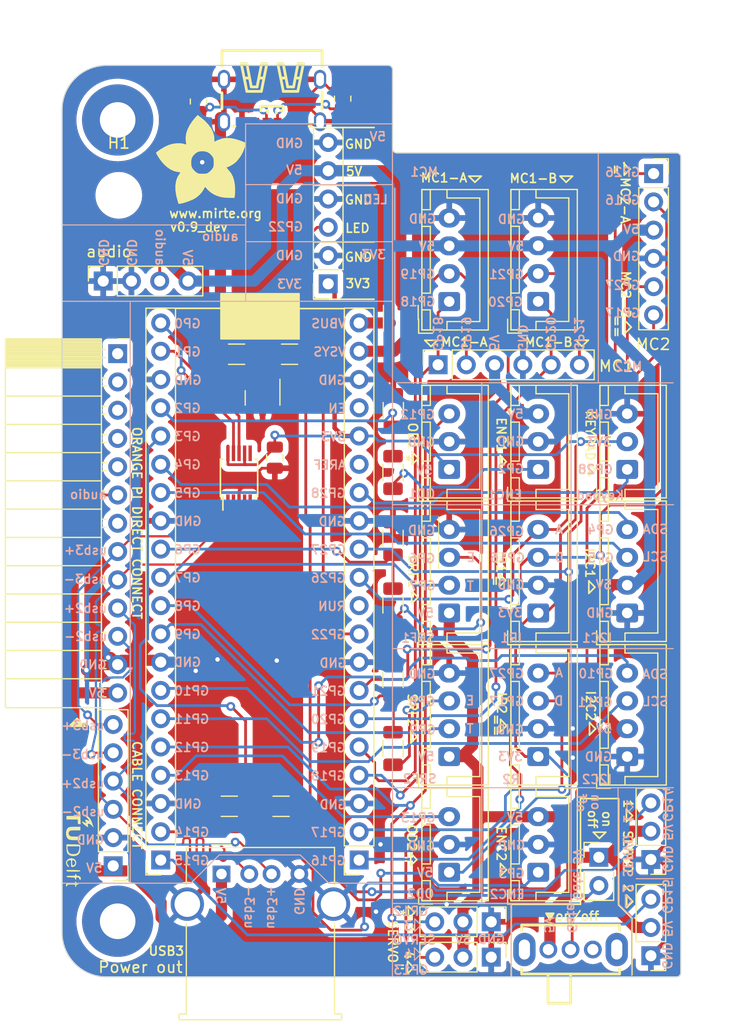
<source format=kicad_pcb>
(kicad_pcb (version 20240108) (generator "pcbnew") (generator_version "8.0")
  (layers (0 "F.Cu" signal) (31 "B.Cu" signal) (34 "B.Paste" user) (35 "F.Paste" user) (36 "B.SilkS" user "B.Silkscreen") (37 "F.SilkS" user "F.Silkscreen") (38 "B.Mask" user) (39 "F.Mask" user) (44 "Edge.Cuts" user))
  (net 0 "")
  (net 1 "GND")
  (net 2 "GP22")
  (net 3 "GP26")
  (net 4 "GP27")
  (net 5 "GP28")
  (net 6 "D_GND")
  (net 7 "D+")
  (net 8 "GP16")
  (net 9 "GP17")
  (net 10 "GP18")
  (net 11 "GP19")
  (net 12 "GP20")
  (net 13 "GP21")
  (net 14 "RUN")
  (net 15 "3V3")
  (net 16 "EN")
  (net 17 "D-")
  (net 18 "VBUS")
  (net 19 "5V")
  (net 20 "GP4")
  (net 21 "GP5")
  (net 22 "GP15")
  (net 23 "GP14")
  (net 24 "GP13")
  (net 25 "GP12")
  (net 26 "GP11")
  (net 27 "GP10")
  (net 28 "GP9")
  (net 29 "GP8")
  (net 30 "GP7")
  (net 31 "GP6")
  (net 32 "GP3")
  (net 33 "GP2")
  (net 34 "GP1")
  (net 35 "GP0")
  (net 36 "lineoutl")
  (net 43 "Net-(USB1-CC1)")
  (net 44 "Net-(USB1-CC2)")
  (net 45 "usb-d2-")
  (net 46 "Net-(Q2-G)")
  (net 47 "usb-d2+")
  (net 48 "ENC2")
  (net 49 "ENC1")
  (net 50 "ECHO1")
  (net 51 "ECHO2")
  (net 52 "Gate_V")
  (net 56 "VSYS")
  (net 59 "AREF")
  (footprint "Resistor_SMD:R_1206_3216Metric" (layer "F.Cu") (at 120.45 76.05)
    (property "Reference" "R2")
    (property "Value" "330")
  )
  (footprint "Connector_JST:JST_XH_B3B-XH-A_1x03_P2.50mm_Vertical" (layer "F.Cu") (at 134.8 122.6 90)
    (property "Reference" "J9")
    (property "Value" "IR Object Detector 2")
  )
  (footprint "Package_SO:MSOP-10_3x3mm_P0.5mm" (layer "F.Cu") (at 115.91 87.15 90)
    (property "Reference" "U2")
    (property "Value" "CH340E")
  )
  (footprint "Resistor_SMD:R_1206_3216Metric" (layer "F.Cu") (at 129.75 111.475 90)
    (property "Reference" "R7")
    (property "Value" "4.7k")
  )
  (footprint "Package_TO_SOT_SMD:SOT-23" (layer "F.Cu") (at 130.45 72.31 90)
    (property "Reference" "Q1" (hide yes))
    (property "Value" "DMG2305UX")
  )
  (footprint "Resistor_SMD:R_1206_3216Metric" (layer "F.Cu") (at 115.0358 116.6678)
    (property "Reference" "R8")
    (property "Value" "10k")
  )
  (footprint "lcsc:TYPE-C-SMD_TYPE-C-6P_5" (layer "F.Cu") (at 118.872 53.3815 180)
    (property "Reference" "USB1" (hide yes))
    (property "Value" "TYPE-C 6P(073)" (hide yes))
  )
  (footprint "Resistor_SMD:R_1206_3216Metric" (layer "F.Cu") (at 119.69 116.67 180)
    (property "Reference" "R9")
    (property "Value" "4.7k")
  )
  (footprint "MountingHole:MountingHole_3.2mm_M3_Pad" (layer "F.Cu") (at 105 127)
    (property "Reference" "H2")
    (property "Value" "MountingHole_Pad")
  )
  (footprint "Connector_PinSocket_2.54mm:PinSocket_1x20_P2.54mm_Vertical" (layer "F.Cu") (at 108.871 121.5 180)
    (property "Reference" "J4")
    (property "Value" "Conn_01x20_Female")
  )
  (footprint "Capacitor_SMD:C_0805_2012Metric" (layer "F.Cu") (at 119.126 85.344 90)
    (property "Reference" "C1")
    (property "Value" "0.1u")
  )
  (footprint "Connector_PinHeader_2.54mm:PinHeader_1x03_P2.54mm_Vertical" (layer "F.Cu") (at 138.575 127.05 -90)
    (property "Reference" "J1")
    (property "Value" "Servo3")
  )
  (footprint "Connector_JST:JST_XH_B4B-XH-A_1x04_P2.50mm_Vertical" (layer "F.Cu") (at 142.8 112.2 90)
    (property "Reference" "J14")
    (property "Value" "IR2")
  )
  (footprint "Connector_JST:JST_XH_B4B-XH-A_1x04_P2.50mm_Vertical" (layer "F.Cu") (at 142.8 99.3 90)
    (property "Reference" "J10")
    (property "Value" "IR1")
  )
  (footprint "Resistor_SMD:R_1206_3216Metric" (layer "F.Cu") (at 129.75 92.6 -90)
    (property "Reference" "R4")
    (property "Value" "10k")
  )
  (footprint "Connector_JST:JST_XH_B3B-XH-A_1x03_P2.50mm_Vertical" (layer "F.Cu") (at 134.8 86.4 90)
    (property "Reference" "J12")
    (property "Value" "IR Object Detector 1")
  )
  (footprint "Connector_JST:JST_XH_B4B-XH-A_1x04_P2.50mm_Vertical" (layer "F.Cu") (at 142.8 71.304 90)
    (property "Reference" "J24")
    (property "Value" "MC1-B")
  )
  (footprint "Connector_PinSocket_2.54mm:PinSocket_1x06_P2.54mm_Vertical" (layer "F.Cu") (at 153.17 59.82)
    (property "Reference" "J18")
    (property "Value" "MC2")
  )
  (footprint "graphics:mirte_logo_8mm" (layer "F.Cu") (at 112.5 58.575 -90)
    (property "Reference" "G1")
    (property "Value" "LOGO" (hide yes))
  )
  (footprint "Package_TO_SOT_SMD:SOT-23" (layer "F.Cu") (at 118.025 79.975 -90)
    (property "Reference" "Q2")
    (property "Value" "DMN2050L")
  )
  (footprint "Connector_PinHeader_2.54mm:PinHeader_1x03_P2.54mm_Vertical" (layer "F.Cu") (at 152.925 121.45 180)
    (property "Reference" "J19")
    (property "Value" "Servo1")
  )
  (footprint "Connector_PinSocket_2.54mm:PinSocket_1x20_P2.54mm_Vertical" (layer "F.Cu") (at 126.7014 121.5 180)
    (property "Reference" "J2")
    (property "Value" "Conn_01x20_Female")
  )
  (footprint "Connector_JST:JST_XH_B3B-XH-A_1x03_P2.50mm_Vertical" (layer "F.Cu") (at 142.8 122.6 90)
    (property "Reference" "J21")
    (property "Value" "ENC2")
  )
  (footprint "Connector_JST:JST_XH_B3B-XH-A_1x03_P2.50mm_Vertical" (layer "F.Cu") (at 150.8 86.4 90)
    (property "Reference" "J7")
    (property "Value" "Keypad")
  )
  (footprint "Connector_PinHeader_2.54mm:PinHeader_1x03_P2.54mm_Vertical" (layer "F.Cu") (at 138.575 130.225 -90)
    (property "Reference" "J3")
    (property "Value" "Servo4")
  )
  (footprint "Connector_JST:JST_XH_B4B-XH-A_1x04_P2.50mm_Vertical" (layer "F.Cu") (at 134.8 112.2 90)
    (property "Reference" "J25")
    (property "Value" "SRF2")
  )
  (footprint "Connector_JST:JST_XH_B4B-XH-A_1x04_P2.50mm_Vertical" (layer "F.Cu") (at 134.8 71.314 90)
    (property "Reference" "J23" (hide yes))
    (property "Value" "MC1-A")
  )
  (footprint "Connector_JST:JST_XH_B4B-XH-A_1x04_P2.50mm_Vertical" (layer "F.Cu") (at 150.8 112.2 90)
    (property "Reference" "J28")
    (property "Value" "I2C2")
  )
  (footprint "Connector_PinHeader_2.54mm:PinHeader_1x02_P2.54mm_Vertical" (layer "F.Cu") (at 148.25 121.25)
    (property "Reference" "J37")
    (property "Value" "on/off" (hide yes))
  )
  (footprint "Resistor_SMD:R_0805_2012Metric" (layer "F.Cu") (at 125.222 53.086 90)
    (property "Reference" "R1" (hide yes))
    (property "Value" "5k1" (hide yes))
  )
  (footprint "Resistor_SMD:R_0805_2012Metric" (layer "F.Cu") (at 112.268 53.34 90)
    (property "Reference" "R12" (hide yes))
    (property "Value" "5k1" (hide yes))
  )
  (footprint "lcsc:SW-TH_SK12D07VG5" (layer "F.Cu") (at 145.71 129.54)
    (property "Reference" "SW2" (hide yes))
    (property "Value" "SK12D07VG5")
  )
  (footprint "Connector_JST:JST_XH_B4B-XH-A_1x04_P2.50mm_Vertical" (layer "F.Cu") (at 150.8 99.3 90)
    (property "Reference" "J30")
    (property "Value" "I2C1")
  )
  (footprint "Resistor_SMD:R_1206_3216Metric" (layer "F.Cu") (at 129.75 105.275 -90)
    (property "Reference" "R6")
    (property "Value" "10k")
  )
  (footprint "Resistor_SMD:R_1206_3216Metric" (layer "F.Cu") (at 129.775 81.1125 -90)
    (property "Reference" "R11")
    (property "Value" "10k")
  )
  (footprint "Connector_PinSocket_2.54mm:PinSocket_1x13_P2.54mm_Horizontal" (layer "F.Cu") (at 105 76)
    (property "Reference" "J11")
    (property "Value" "Conn_01x13_Female")
  )
  (footprint "Connector_JST:JST_XH_B3B-XH-A_1x03_P2.50mm_Vertical" (layer "F.Cu") (at 142.8 86.4 90)
    (property "Reference" "J26")
    (property "Value" "ENC1")
  )
  (footprint "MountingHole:MountingHole_3.7mm" (layer "F.Cu") (at 105.1 61.77)
    (property "Reference" "H1")
    (property "Value" "MountingHole")
  )
  (footprint "Resistor_SMD:R_1206_3216Metric" (layer "F.Cu") (at 129.75 86.675 90)
    (property "Reference" "R10")
    (property "Value" "4.7k")
  )
  (footprint "Connector_PinHeader_2.54mm:PinHeader_1x06_P2.54mm_Vertical" (layer "F.Cu") (at 104.5972 122.0216 180)
    (property "Reference" "J5" (hide yes))
    (property "Value" "Conn_01x06_Pin")
  )
  (footprint "Resistor_SMD:R_1206_3216Metric" (layer "F.Cu") (at 115.6875 76.05)
    (property "Reference" "R3")
    (property "Value" "10k")
  )
  (footprint "graphics:tudelft_logo_10mm" (layer "F.Cu") (at 101.092 120.5484 -90)
    (property "Reference" "G2")
    (property "Value" "LOGO" (hide yes))
  )
  (footprint "Connector_PinSocket_2.54mm:PinSocket_1x06_P2.54mm_Vertical" (layer "F.Cu") (at 133.8 77 90)
    (property "Reference" "J17")
    (property "Value" "MC1")
  )
  (footprint "Connector_USB:USB_A_Molex_67643_Horizontal" (layer "F.Cu") (at 114.33 122.75)
    (property "Reference" "J35")
    (property "Value" "Power out")
  )
  (footprint "MountingHole:MountingHole_3.2mm_M3_Pad" (layer "F.Cu") (at 105 55)
    (property "Reference" "H3" (hide yes))
    (property "Value" "MountingHole_Pad")
  )
  (footprint "Connector_JST:JST_XH_B4B-XH-A_1x04_P2.50mm_Vertical" (layer "F.Cu") (at 134.8 99.3 90)
    (property "Reference" "J20")
    (property "Value" "SRF1")
  )
  (footprint "Connector_PinSocket_2.54mm:PinSocket_1x06_P2.54mm_Vertical" (layer "F.Cu") (at 123.925 69.7214 180)
    (property "Reference" "J8")
    (property "Value" "Conn_01x06_Female")
  )
  (footprint "Connector_PinSocket_2.54mm:PinSocket_1x04_P2.54mm_Vertical" (layer "F.Cu") (at 103.7 69.475 90)
    (property "Reference" "J33")
    (property "Value" "line out left")
  )
  (footprint "Resistor_SMD:R_1206_3216Metric" (layer "F.Cu") (at 129.75 98.575 90)
    (property "Reference" "R5")
    (property "Value" "4.7k")
  )
  (footprint "Connector_PinHeader_2.54mm:PinHeader_1x03_P2.54mm_Vertical" (layer "F.Cu") (at 152.925 130.1 180)
    (property "Reference" "J27")
    (property "Value" "Servo2")
  )
  (gr_line (start 116.51 60.81) (end 116.51 64.475) (stroke (width 0.1)) (layer "B.SilkS"))
  (gr_line (start 111.56 123.58) (end 100.06 123.58) (stroke (width 0.1)) (layer "B.SilkS"))
  (gr_line (start 106.13 71.35) (end 106.13 123.53) (stroke (width 0.1)) (layer "B.SilkS"))
  (gr_line (start 148.2 74.69) (end 148.2 58.06) (stroke (width 0.1)) (layer "B.SilkS"))
  (gr_line (start 129.7 131.975) (end 129.7 57.75) (stroke (width 0.1)) (layer "B.SilkS"))
  (gr_line (start 154.9375 102.5) (end 129.7125 102.5) (stroke (width 0.1)) (layer "B.SilkS"))
  (gr_line (start 116.5 55.35) (end 116.5 60.9) (stroke (width 0.1)) (layer "B.SilkS"))
  (gr_line (start 123.97 123.58) (end 121.41 121.04) (stroke (width 0.1)) (layer "B.SilkS"))
  (gr_line (start 145.75 78.625) (end 145.75 125.4) (stroke (width 0.11)) (layer "B.SilkS"))
  (gr_line (start 150.635 124.61) (end 150.635 125.735) (stroke (width 0.1)) (layer "B.SilkS"))
  (gr_line (start 100 71.294) (end 129.7 71.294) (stroke (width 0.1)) (layer "B.SilkS"))
  (gr_line (start 132.225 129.95) (end 131.675 129.375) (stroke (width 0.1)) (layer "B.SilkS"))
  (gr_line (start 116.51 65.94) (end 129.7 65.94) (stroke (width 0.1)) (layer "B.SilkS"))
  (gr_line (start 131.7 126.775) (end 131.7 127.9) (stroke (width 0.1)) (layer "B.SilkS"))
  (gr_line (start 145.75 125.4) (end 129.75 125.4) (stroke (width 0.1)) (layer "B.SilkS"))
  (gr_line (start 132.25 127.35) (end 131.7 126.775) (stroke (width 0.1)) (layer "B.SilkS"))
  (gr_line (start 148.2 78.62) (end 130.105 78.605) (stroke (width 0.1)) (layer "B.SilkS"))
  (gr_line (start 116.51 71.294) (end 116.51 64.436) (stroke (width 0.1)) (layer "B.SilkS"))
  (gr_line (start 121.41 121.04) (end 114.13 121.04) (stroke (width 0.1)) (layer "B.SilkS"))
  (gr_line (start 148.2 74.67) (end 148.2 78.62) (stroke (width 0.1)) (layer "B.SilkS"))
  (gr_line (start 150.775 117.275) (end 151.325 116.725) (stroke (width 0.1)) (layer "B.SilkS"))
  (gr_line (start 116.51 64.436) (end 100 64.436) (stroke (width 0.1)) (layer "B.SilkS"))
  (gr_line (start 137.725 78.6) (end 137.725 125.4) (stroke (width 0.11)) (layer "B.SilkS"))
  (gr_line (start 151.325 116.725) (end 150.775 116.15) (stroke (width 0.1)) (layer "B.SilkS"))
  (gr_line (start 151.2 131.875) (end 151.2 126.625) (stroke (width 0.1)) (layer "B.SilkS"))
  (gr_line (start 150.635 125.735) (end 151.185 125.185) (stroke (width 0.1)) (layer "B.SilkS"))
  (gr_line (start 129.7 60.81) (end 116.51 60.81) (stroke (width 0.1)) (layer "B.SilkS"))
  (gr_line (start 131.675 129.375) (end 131.675 130.5) (stroke (width 0.1)) (layer "B.SilkS"))
  (gr_line (start 149.975 125.4) (end 149.975 115.075) (stroke (width 0.1)) (layer "B.SilkS"))
  (gr_line (start 154.92 78.62) (end 148.2 78.62) (stroke (width 0.1)) (layer "B.SilkS"))
  (gr_line (start 131.7 127.9) (end 132.25 127.35) (stroke (width 0.1)) (layer "B.SilkS"))
  (gr_line (start 123.97 123.58) (end 129.64 123.58) (stroke (width 0.1)) (layer "B.SilkS"))
  (gr_line (start 150.775 116.15) (end 150.775 117.275) (stroke (width 0.1)) (layer "B.SilkS"))
  (gr_line (start 151.2 126.625) (end 149.975 125.4) (stroke (width 0.1)) (layer "B.SilkS"))
  (gr_line (start 131.675 130.5) (end 132.225 129.95) (stroke (width 0.1)) (layer "B.SilkS"))
  (gr_line (start 140.375 125.475) (end 140.375 131.9) (stroke (width 0.1)) (layer "B.SilkS"))
  (gr_line (start 154.9625 89.575) (end 129.7375 89.575) (stroke (width 0.1)) (layer "B.SilkS"))
  (gr_line (start 151.185 125.185) (end 150.635 124.61) (stroke (width 0.1)) (layer "B.SilkS"))
  (gr_line (start 114.13 121.04) (end 111.56 123.59) (stroke (width 0.1)) (layer "B.SilkS"))
  (gr_line (start 154.95 115) (end 129.725 115) (stroke (width 0.1)) (layer "B.SilkS"))
  (gr_line (start 129.69 55.35) (end 116.5 55.35) (stroke (width 0.1)) (layer "B.SilkS"))
  (gr_line (start 154.95 123.175) (end 151.6 123.175) (stroke (width 0.1)) (layer "B.SilkS"))
  (gr_line (start 144.7604 60.0482) (end 145.3104 60.5982) (stroke (width 0.15)) (layer "F.SilkS"))
  (gr_line (start 151.275 117.5125) (end 150.725 116.9375) (stroke (width 0.15)) (layer "F.SilkS"))
  (gr_line (start 139.925 85.7) (end 139.375 85.125) (stroke (width 0.15)) (layer "F.SilkS"))
  (gr_line (start 150.61 74.165) (end 151.16 73.615) (stroke (width 0.15)) (layer "F.SilkS"))
  (gr_line (start 150.025 125.525) (end 151.225 126.725) (stroke (width 0.15)) (layer "F.SilkS"))
  (gr_line (start 139.95 122.375) (end 139.4 121.8) (stroke (width 0.15)) (layer "F.SilkS"))
  (gr_line (start 133.85 90.65) (end 133.85 95.45) (stroke (width 0.08)) (layer "F.SilkS"))
  (gr_line (start 122.62 71.11) (end 128.04 71.11) (stroke (width 0.15)) (layer "F.SilkS"))
  (gr_line (start 139.885 96.37) (end 139.335 95.795) (stroke (width 0.15)) (layer "F.SilkS"))
  (gr_line (start 150.025 115.975) (end 150.025 125.525) (stroke (width 0.15)) (layer "F.SilkS"))
  (gr_line (start 139.375 85.125) (end 139.375 86.25) (stroke (width 0.15)) (layer "F.SilkS"))
  (gr_line (start 139.41 108.85) (end 139.41 109.975) (stroke (width 0.15)) (layer "F.SilkS"))
  (gr_line (start 146.6 115.975) (end 150.025 115.975) (stroke (width 0.15)) (layer "F.SilkS"))
  (gr_line (start 147.75 119) (end 148.3 119.55) (stroke (width 0.15)) (layer "F.SilkS"))
  (gr_line (start 131.05 131.7125) (end 131.6 131.1625) (stroke (width 0.15)) (layer "F.SilkS"))
  (gr_line (start 122.63 65.96) (end 128.05 65.96) (stroke (width 0.15)) (layer "F.SilkS"))
  (gr_line (start 131.13 126.765) (end 131.68 126.215) (stroke (width 0.15)) (layer "F.SilkS"))
  (gr_line (start 150.53 58.83) (end 150.53 59.955) (stroke (width 0.15)) (layer "F.SilkS"))
  (gr_line (start 137.1096 60.599) (end 137.6846 60.049) (stroke (width 0.15)) (layer "F.SilkS"))
  (gr_line (start 147.41 110.265) (end 147.96 109.715) (stroke (width 0.15)) (layer "F.SilkS"))
  (gr_line (start 131.89 121.46) (end 131.34 120.885) (stroke (width 0.15)) (layer "F.SilkS"))
  (gr_line (start 139.335 95.795) (end 139.335 96.92) (stroke (width 0.15)) (layer "F.SilkS"))
  (gr_line (start 150.725 116.9375) (end 150.725 118.0625) (stroke (width 0.15)) (layer "F.SilkS"))
  (gr_line (start 139.335 96.92) (end 139.885 96.37) (stroke (width 0.15)) (layer "F.SilkS"))
  (gr_line (start 150.75 124.65) (end 150.75 125.775) (stroke (width 0.15)) (layer "F.SilkS"))
  (gr_line (start 140.375 125.475) (end 140.375 131.9) (stroke (width 0.15)) (layer "F.SilkS"))
  (gr_poly (pts (xy 101.355 108.775) (xy 102.055 109.475) (xy 100.655 109.475)) (stroke (width 0.15)) (fill solid) (layer "F.SilkS"))
  (gr_line (start 137.6846 60.049) (end 136.5596 60.049) (stroke (width 0.15)) (layer "F.SilkS"))
  (gr_poly (pts (xy 121.3 74.66) (xy 114.29 74.66) (xy 114.29 70.62) (xy 121.3 70.62)) (stroke (width 0.15)) (fill solid) (layer "F.SilkS"))
  (gr_line (start 110.25 71.925) (end 114.25 71.925) (stroke (width 0.15)) (layer "F.SilkS"))
  (gr_line (start 121.3 71.95) (end 125.3 71.95) (stroke (width 0.15)) (layer "F.SilkS"))
  (gr_line (start 131.47 85.955) (end 132.02 85.405) (stroke (width 0.15)) (layer "F.SilkS"))
  (gr_line (start 147.375 85.85) (end 147.375 86.975) (stroke (width 0.15)) (layer "F.SilkS"))
  (gr_line (start 133.735 74.8) (end 132.61 74.8) (stroke (width 0.15)) (layer "F.SilkS"))
  (gr_line (start 122.73 60.87) (end 128.15 60.87) (stroke (width 0.15)) (layer "F.SilkS"))
  (gr_line (start 147.41 109.14) (end 147.41 110.265) (stroke (width 0.15)) (layer "F.SilkS"))
  (gr_line (start 151.16 73.615) (end 150.61 73.04) (stroke (width 0.15)) (layer "F.SilkS"))
  (gr_line (start 151.225 126.725) (end 151.225 131.8) (stroke (width 0.15)) (layer "F.SilkS"))
  (gr_line (start 147.9 96.985) (end 147.35 96.41) (stroke (width 0.15)) (layer "F.SilkS"))
  (gr_line (start 147.35 97.535) (end 147.9 96.985) (stroke (width 0.15)) (layer "F.SilkS"))
  (gr_line (start 146.18 74.79) (end 146.73 75.34) (stroke (width 0.15)) (layer "F.SilkS"))
  (gr_line (start 131.47 84.83) (end 131.47 85.955) (stroke (width 0.15)) (layer "F.SilkS"))
  (gr_line (start 146.6 125.475) (end 140.375 125.475) (stroke (width 0.15)) (layer "F.SilkS"))
  (gr_line (start 131.34 122.01) (end 131.89 121.46) (stroke (width 0.15)) (layer "F.SilkS"))
  (gr_line (start 139.4 121.8) (end 139.4 122.925) (stroke (width 0.15)) (layer "F.SilkS"))
  (gr_line (start 146.6 115.975) (end 146.6 125.475) (stroke (width 0.15)) (layer "F.SilkS"))
  (gr_line (start 151.03 59.455) (end 150.48 58.88) (stroke (width 0.15)) (layer "F.SilkS"))
  (gr_line (start 132.02 85.405) (end 131.47 84.83) (stroke (width 0.15)) (layer "F.SilkS"))
  (gr_line (start 133.16 75.35) (end 133.735 74.8) (stroke (width 0.15)) (layer "F.SilkS"))
  (gr_line (start 122.63 55.68) (end 128.05 55.68) (stroke (width 0.15)) (layer "F.SilkS"))
  (gr_line (start 131.13 125.64) (end 131.13 126.765) (stroke (width 0.15)) (layer "F.SilkS"))
  (gr_line (start 131.35 109.85) (end 131.35 110.975) (stroke (width 0.15)) (layer "F.SilkS"))
  (gr_line (start 147.375 86.975) (end 147.925 86.425) (stroke (width 0.15)) (layer "F.SilkS"))
  (gr_line (start 131.425 97.325) (end 131.425 98.45) (stroke (width 0.15)) (layer "F.SilkS"))
  (gr_line (start 131.35 110.975) (end 131.9 110.425) (stroke (width 0.15)) (layer "F.SilkS"))
  (gr_line (start 148.3 119.55) (end 148.875 119) (stroke (width 0.15)) (layer "F.SilkS"))
  (gr_line (start 145.8854 60.0482) (end 144.7604 60.0482) (stroke (width 0.15)) (layer "F.SilkS"))
  (gr_line (start 150.75 125.775) (end 151.3 125.225) (stroke (width 0.15)) (layer "F.SilkS"))
  (gr_line (start 148.875 119) (end 147.75 119) (stroke (width 0.15)) (layer "F.SilkS"))
  (gr_line (start 131.6 131.1625) (end 131.05 130.5875) (stroke (width 0.15)) (layer "F.SilkS"))
  (gr_line (start 139.4 122.925) (end 139.95 122.375) (stroke (width 0.15)) (layer "F.SilkS"))
  (gr_line (start 147.35 96.41) (end 147.35 97.535) (stroke (width 0.15)) (layer "F.SilkS"))
  (gr_line (start 132.61 74.8) (end 133.16 75.35) (stroke (width 0.15)) (layer "F.SilkS"))
  (gr_line (start 139.96 109.425) (end 139.41 108.85) (stroke (width 0.15)) (layer "F.SilkS"))
  (gr_line (start 131.34 120.885) (end 131.34 122.01) (stroke (width 0.15)) (layer "F.SilkS"))
  (gr_line (start 131.9 110.425) (end 131.35 109.85) (stroke (width 0.15)) (layer "F.SilkS"))
  (gr_line (start 136.5596 60.049) (end 137.1096 60.599) (stroke (width 0.15)) (layer "F.SilkS"))
  (gr_line (start 150.725 118.0625) (end 151.275 117.5125) (stroke (width 0.15)) (layer "F.SilkS"))
  (gr_line (start 150.53 59.955) (end 151.08 59.405) (stroke (width 0.15)) (layer "F.SilkS"))
  (gr_line (start 145.3104 60.5982) (end 145.8854 60.0482) (stroke (width 0.15)) (layer "F.SilkS"))
  (gr_line (start 150.61 73.04) (end 150.61 74.165) (stroke (width 0.15)) (layer "F.SilkS"))
  (gr_line (start 147.305 74.79) (end 146.18 74.79) (stroke (width 0.15)) (layer "F.SilkS"))
  (gr_line (start 131.975 97.9) (end 131.425 97.325) (stroke (width 0.15)) (layer "F.SilkS"))
  (gr_line (start 146.73 75.34) (end 147.305 74.79) (stroke (width 0.15)) (layer "F.SilkS"))
  (gr_line (start 139.375 86.25) (end 139.925 85.7) (stroke (width 0.15)) (layer "F.SilkS"))
  (gr_line (start 131.05 130.5875) (end 131.05 131.7125) (stroke (width 0.15)) (layer "F.SilkS"))
  (gr_line (start 147.96 109.715) (end 147.41 109.14) (stroke (width 0.15)) (layer "F.SilkS"))
  (gr_line (start 131.68 126.215) (end 131.13 125.64) (stroke (width 0.15)) (layer "F.SilkS"))
  (gr_line (start 147.925 86.425) (end 147.375 85.85) (stroke (width 0.15)) (layer "F.SilkS"))
  (gr_line (start 151.3 125.225) (end 150.75 124.65) (stroke (width 0.15)) (layer "F.SilkS"))
  (gr_line (start 131.425 98.45) (end 131.975 97.9) (stroke (width 0.15)) (layer "F.SilkS"))
  (gr_line (start 139.41 109.975) (end 139.96 109.425) (stroke (width 0.15)) (layer "F.SilkS"))
  (gr_line (start 104 50.1) (end 129.337 50.100408) (stroke (width 0.1)) (layer "Edge.Cuts"))
  (gr_arc (start 155.230592 57.959) (mid 155.5 58.070592) (end 155.611592 58.34) (stroke (width 0.1)) (layer "Edge.Cuts"))
  (gr_line (start 129.702592 50.466) (end 129.7 57.578) (stroke (width 0.1)) (layer "Edge.Cuts"))
  (gr_line (start 130.099 57.959) (end 155.230592 57.959) (stroke (width 0.1)) (layer "Edge.Cuts"))
  (gr_line (start 155.611592 58.34) (end 155.611592 131.619) (stroke (width 0.1)) (layer "Edge.Cuts"))
  (gr_arc (start 155.611592 131.619) (mid 155.5 131.888408) (end 155.230592 132) (stroke (width 0.1)) (layer "Edge.Cuts"))
  (gr_arc (start 129.337 50.100408) (mid 129.595513 50.207487) (end 129.702592 50.466) (stroke (width 0.1)) (layer "Edge.Cuts"))
  (gr_line (start 155.230592 132) (end 154.61 132) (stroke (width 0.1)) (layer "Edge.Cuts"))
  (gr_line (start 100 128) (end 100 54.1) (stroke (width 0.1)) (layer "Edge.Cuts"))
  (gr_arc (start 130.099 57.959) (mid 129.820592 57.851136) (end 129.7 57.578) (stroke (width 0.1)) (layer "Edge.Cuts"))
  (gr_line (start 154.61 132) (end 104 132) (stroke (width 0.1)) (layer "Edge.Cuts"))
  (gr_arc (start 104 132) (mid 101.171573 130.828427) (end 100 128) (stroke (width 0.1)) (layer "Edge.Cuts"))
  (gr_arc (start 100 54.1) (mid 101.171573 51.271573) (end 104 50.1) (stroke (width 0.1)) (layer "Edge.Cuts"))
  (gr_text "IR2" (at 140.55 114.25 0) (layer "B.SilkS") (effects (font (size 0.8 0.8)) (justify mirror)))
  (gr_text "GND" (at 101.45 103.95 0) (layer "B.SilkS") (effects (font (size 0.8 0.8)) (justify right mirror)))
  (gr_text "A" (at 144.675 91.8 0) (layer "B.SilkS") (effects (font (size 0.8 0.8)) (justify mirror)))
  (gr_text "GND" (at 131 91.875 0) (layer "B.SilkS") (effects (font (size 0.8 0.8)) (justify right mirror)))
  (gr_text "5V" (at 149.525 109.7 0) (layer "B.SilkS") (effects (font (size 0.8 0.8)) (justify left mirror)))
  (gr_text "SERVO" (at 129.675 128.675 0) (layer "B.SilkS") (effects (font (size 0.8 0.8)) (justify right mirror)))
  (gr_text "GND" (at 139.025 96.775 0) (layer "B.SilkS") (effects (font (size 0.8 0.8)) (justify right mirror)))
  (gr_text "OD1" (at 132.325 88.6 0) (layer "B.SilkS") (effects (font (size 0.8 0.8)) (justify mirror)))
  (gr_text "GND" (at 130.975 83.95 0) (layer "B.SilkS") (effects (font (size 0.8 0.8)) (justify right mirror)))
  (gr_text "GND\n" (at 154.37 131.42 270) (layer "B.SilkS") (effects (font (size 0.8 0.8)) (justify left mirror)))
  (gr_text "5V" (at 129.2 56.5 0) (layer "B.SilkS") (effects (font (size 0.8 0.8)) (justify left mirror)))
  (gr_text "5V" (at 138.8 75.85 270) (layer "B.SilkS") (effects (font (size 0.8 0.8)) (justify left mirror)))
  (gr_text "GP13" (at 110 113.92 0) (layer "B.SilkS") (effects (font (size 0.8 0.8)) (justify right mirror)))
  (gr_text "GP17" (at 138.3 107.25 0) (layer "B.SilkS") (effects (font (size 0.8 0.8)) (justify right mirror)))
  (gr_text "I2C2" (at 148.075 114.25 0) (layer "B.SilkS") (effects (font (size 0.8 0.8)) (justify mirror)))
  (gr_text "GND" (at 130.975 120.225 0) (layer "B.SilkS") (effects (font (size 0.8 0.8)) (justify right mirror)))
  (gr_text "E" (at 136.675 107.175 0) (layer "B.SilkS") (effects (font (size 0.8 0.8)) (justify mirror)))
  (gr_text "5V" (at 154.42 119.85 270) (layer "B.SilkS") (effects (font (size 0.8 0.8)) (justify left mirror)))
  (gr_text "5V" (at 103.7228 122.2198 0) (layer "B.SilkS") (effects (font (size 0.8 0.8)) (justify left mirror)))
  (gr_text "on\noff" (at 147.34 115.46 270) (layer "B.SilkS") (effects (font (size 0.8 0.8)) (justify right mirror)))
  (gr_text "usb3+" (at 118.85 123.75 270) (layer "B.SilkS") (effects (font (size 0.8 0.8)) (justify right mirror)))
  (gr_text "GP16" (at 138.375 94.35 0) (layer "B.SilkS") (effects (font (size 0.8 0.8)) (justify right mirror)))
  (gr_text "SDA" (at 153.3 104.8 0) (layer "B.SilkS") (effects (font (size 0.8 0.8)) (justify mirror)))
  (gr_text "3V3" (at 149.5 83.925 0) (layer "B.SilkS") (effects (font (size 0.8 0.8)) (justify left mirror)))
  (gr_text "GND" (at 141.39 73.28 270) (layer "B.SilkS") (effects (font (size 0.8 0.8)) (justify right mirror)))
  (gr_text "GP9" (at 110 101.22 0) (layer "B.SilkS") (effects (font (size 0.8 0.8)) (justify right mirror)))
  (gr_text "GP14" (at 154.42 118.16 270) (layer "B.SilkS") (effects (font (size 0.8 0.8)) (justify left mirror)))
  (gr_text "GND" (at 110 91.06 0) (layer "B.SilkS") (effects (font (size 0.8 0.8)) (justify right mirror)))
  (gr_text "VBUS" (at 125.6 73.3 0) (layer "B.SilkS") (effects (font (size 0.8 0.8)) (justify left mirror)))
  (gr_text "A" (at 144.675 104.675 0) (layer "B.SilkS") (effects (font (size 0.8 0.8)) (justify mirror)))
  (gr_text "LED" (at 128.194 62.15 0) (layer "B.SilkS") (effects (font (size 0.8 0.8)) (justify mirror)))
  (gr_text "GP20" (at 125.6 108.86 0) (layer "B.SilkS") (effects (font (size 0.8 0.8)) (justify left mirror)))
  (gr_text "GP26" (at 138.3 91.975 0) (layer "B.SilkS") (effects (font (size 0.8 0.8)) (justify right mirror)))
  (gr_text "audio" (at 100.625 88.65 0) (layer "B.SilkS") (effects (font (size 0.8 0.8)) (justify right mirror)))
  (gr_text "GND" (at 106.25 65.6 270) (layer "B.SilkS") (effects (font (size 0.8 0.8)) (justify right mirror)))
  (gr_text "usb3+" (at 100.09 93.66 0) (layer "B.SilkS") (effects (font (size 0.8 0.8)) (justify right mirror)))
  (gr_text "GND" (at 146.95 81.475 0) (layer "B.SilkS") (effects (font (size 0.8 0.8)) (justify right mirror)))
  (gr_text "GP14" (at 110 119 0) (layer "B.SilkS") (effects (font (size 0.8 0.8)) (justify right mirror)))
  (gr_text "T" (at 136.7 96.875 0) (layer "B.SilkS") (effects (font (size 0.8 0.8)) (justify mirror)))
  (gr_text "E" (at 136.75 94.3 0) (layer "B.SilkS") (effects (font (size 0.8 0.8)) (justify mirror)))
  (gr_text "GND" (at 110 78.38 0) (layer "B.SilkS") (effects (font (size 0.8 0.8)) (justify right mirror)))
  (gr_text "1" (at 150.875 117.325 270) (layer "B.SilkS") (effects (font (size 0.8 0.8)) (justify right mirror)))
  (gr_text "GND" (at 123.05 116.525 0) (layer "B.SilkS") (effects (font (size 0.8 0.8)) (justify right mirror)))
  (gr_text "GND" (at 101.2228 119.6948 0) (layer "B.SilkS") (effects (font (size 0.8 0.8)) (justify right mirror)))
  (gr_text "5V" (at 133.45 122.625 0) (layer "B.SilkS") (effects (font (size 0.8 0.8)) (justify left mirror)))
  (gr_text "GP3" (at 139.12 122.71 0) (layer "B.SilkS") (effects (font (size 0.8 0.8)) (justify right mirror)))
  (gr_text "GP6" (at 110 93.6 0) (layer "B.SilkS") (effects (font (size 0.8 0.8)) (justify right mirror)))
  (gr_text "GP11" (at 149.575 107.325 0) (layer "B.SilkS") (effects (font (size 0.8 0.8)) (justify left mirror)))
  (gr_text "D" (at 144.65 107.2 0) (layer "B.SilkS") (effects (font (size 0.8 0.8)) (justify mirror)))
  (gr_text "GP27" (at 138.3 104.75 0) (layer "B.SilkS") (effects (font (size 0.8 0.8)) (justify right mirror)))
  (gr_text "RUN" (at 125.6 98.7 0) (layer "B.SilkS") (effects (font (size 0.8 0.8)) (justify left mirror)))
  (gr_text "IR1" (at 140.375 101.55 0) (layer "B.SilkS") (effects (font (size 0.8 0.8)) (justify mirror)))
  (gr_text "GP12" (at 110 111.38 0) (layer "B.SilkS") (effects (font (size 0.8 0.8)) (justify right mirror)))
  (gr_text "audio" (at 114.224 65.452 0) (layer "B.SilkS") (effects (font (size 0.8 0.8)) (justify mirror)))
  (gr_text "GP12" (at 130.3 81.475 0) (layer "B.SilkS") (effects (font (size 0.8 0.8)) (justify right mirror)))
  (gr_text "GP16" (at 152.05 62.2 0) (layer "B.SilkS") (effects (font (size 0.8 0.8)) (justify left mirror)))
  (gr_text "GP3" (at 110 83.44 0) (layer "B.SilkS") (effects (font (size 0.8 0.8)) (justify right mirror)))
  (gr_text "GND" (at 138.95 109.775 0) (layer "B.SilkS") (effects (font (size 0.8 0.8)) (justify right mirror)))
  (gr_text "GP4" (at 147.125 91.825 0) (layer "B.SilkS") (effects (font (size 0.8 0.8)) (justify right mirror)))
  (gr_text "GP5" (at 110 88.52 0) (layer "B.SilkS") (effects (font (size 0.8 0.8)) (justify right mirror)))
  (gr_text "VSYS" (at 125.6 75.84 0) (layer "B.SilkS") (effects (font (size 0.8 0.8)) (justify left mirror)))
  (gr_text "usb3+" (at 99.8628 109.4048 0) (layer "B.SilkS") (effects (font (size 0.8 0.8)) (justify right mirror)))
  (gr_text "5V" (at 133.55 112.2 0) (layer "B.SilkS") (effects (font (size 0.8 0.8)) (justify left mirror)))
  (gr_text "3V3" (at 121.65 69.75 0) (layer "B.SilkS") (effects (font (size 0.8 0.8)) (justify left mirror)))
  (gr_text "5V" (at 141.575 81.425 0) (layer "B.SilkS") (effects (font (size 0.8 0.8)) (justify left mirror)))
  (gr_text "GP6" (at 131.075 94.4 0) (layer "B.SilkS") (effects (font (size 0.8 0.8)) (justify right mirror)))
  (gr_text "GP2" (at 139.05 86.35 0) (layer "B.SilkS") (effects (font (size 0.8 0.8)) (justify right mirror)))
  (gr_text "GP13" (at 129.7 131.375 0) (layer "B.SilkS") (effects (font (size 0.8 0.8)) (justify right mirror)))
  (gr_text "GP21" (at 146.45 75.9 270) (layer "B.SilkS") (effects (font (size 0.8 0.8)) (justify left mirror)))
  (gr_text "5V" (at 114.25 123.9 270) (layer "B.SilkS") (effects (font (size 0.8 0.8)) (justify right mirror)))
  (gr_text "GP19" (at 133.64 68.86 0) (layer "B.SilkS") (effects (font (size 0.8 0.8)) (justify left mirror)))
  (gr_text "GND" (at 109.95 103.725 0) (layer "B.SilkS") (effects (font (size 0.8 0.8)) (justify right mirror)))
  (gr_text "GP20" (at 143.9 75.9 270) (layer "B.SilkS") (effects (font (size 0.8 0.8)) (justify left mirror)))
  (gr_text "I2C1" (at 148.1 101.55 0) (layer "B.SilkS") (effects (font (size 0.8 0.8)) (justify mirror)))
  (gr_text "GP18" (at 125.6 113.94 0) (layer "B.SilkS") (effects (font (size 0.8 0.8)) (justify left mirror)))
  (gr_text "GP20" (at 141.52 71.36 0) (layer "B.SilkS") (effects (font (size 0.8 0.8)) (justify left mirror)))
  (gr_text "usb3-" (at 99.8328 112.0048 0) (layer "B.SilkS") (effects (font (size 0.8 0.8)) (justify right mirror)))
  (gr_text "GP10" (at 110 106.3 0) (layer "B.SilkS") (effects (font (size 0.8 0.8)) (justify right mirror)))
  (gr_text "GP27" (at 152.05 69.85 0) (layer "B.SilkS") (effects (font (size 0.8 0.8)) (justify left mirror)))
  (gr_text "GND" (at 137.275 128.625 0) (layer "B.SilkS") (effects (font (size 0.8 0.8)) (justify right mirror)))
  (gr_text "GND" (at 123.05 103.8 0) (layer "B.SilkS") (effects (font (size 0.8 0.8)) (justify right mirror)))
  (gr_text "3V3" (at 141.475 99.275 0) (layer "B.SilkS") (effects (font (size 0.8 0.8)) (justify left mirror)))
  (gr_text "SDA" (at 153.325 91.775 0) (layer "B.SilkS") (effects (font (size 0.8 0.8)) (justify mirror)))
  (gr_text "GP26" (at 125.6 96.16 0) (layer "B.SilkS") (effects (font (size 0.8 0.8)) (justify left mirror)))
  (gr_text "usb2-" (at 100.1 101.4 0) (layer "B.SilkS") (effects (font (size 0.8 0.8)) (justify right mirror)))
  (gr_text "D" (at 144.7 94.325 0) (layer "B.SilkS") (effects (font (size 0.8 0.8)) (justify mirror)))
  (gr_text "usb3-" (at 116.825 123.725 270) (layer "B.SilkS") (effects (font (size 0.8 0.8)) (justify right mirror)))
  (gr_text "Gate" (at 146.36 125.23 270) (layer "B.SilkS") (effects (font (size 0.8 0.8)) (justify left mirror)))
  (gr_text "MC1" (at 132.55 59.675 0) (layer "B.SilkS") (effects (font (size 0.8 0.8)) (justify mirror)))
  (gr_text "GP7" (at 110 96.14 0) (layer "B.SilkS") (effects (font (size 0.8 0.8)) (justify right mirror)))
  (gr_text "SCL" (at 153.35 94.25 0) (layer "B.SilkS") (effects (font (size 0.8 0.8)) (justify mirror)))
  (gr_text "GND" (at 125.6 78.38 0) (layer "B.SilkS") (effects (font (size 0.8 0.8)) (justify left mirror)))
  (gr_text "GP15" (at 110 121.54 0) (layer "B.SilkS") (effects (font (size 0.8 0.8)) (justify right mirror)))
  (gr_text "GND" (at 119.125 57.1 0) (layer "B.SilkS") (effects (font (size 0.8 0.8)) (justify right mirror)))
  (gr_text "GP7" (at 131.125 96.85 0) (layer "B.SilkS") (effects (font (size 0.8 0.8)) (justify right mirror)))
  (gr_text "GP17" (at 125.6 119.02 0) (layer "B.SilkS") (effects (font (size 0.8 0.8)) (justify left mirror)))
  (gr_text "GP22" (at 121.75 64.6 0) (layer "B.SilkS") (effects (font (size 0.8 0.8)) (justify left mirror)))
  (gr_text "5V" (at 121.7 59.5 0) (layer "B.SilkS") (effects (font (size 0.8 0.8)) (justify left mirror)))
  (gr_text "GP28" (at 125.6 88.54 0) (layer "B.SilkS") (effects (font (size 0.8 0.8)) (justify left mirror)))
  (gr_text "GP21" (at 125.6 106.32 0) (layer "B.SilkS") (effects (font (size 0.8 0.8)) (justify left mirror)))
  (gr_text "GP11" (at 110 108.84 0) (layer "B.SilkS") (effects (font (size 0.8 0.8)) (justify right mirror)))
  (gr_text "5V" (at 149.525 96.75 0) (layer "B.SilkS") (effects (font (size 0.8 0.8)) (justify left mirror)))
  (gr_text "GP0" (at 110 73.3 0) (layer "B.SilkS") (effects (font (size 0.8 0.8)) (justify right mirror)))
  (gr_text "GP13" (at 130.35 117.7 0) (layer "B.SilkS") (effects (font (size 0.8 0.8)) (justify right mirror)))
  (gr_text "GP27" (at 125.6 93.62 0) (layer "B.SilkS") (effects (font (size 0.8 0.8)) (justify left mirror)))
  (gr_text "GND" (at 139 83.9 0) (layer "B.SilkS") (effects (font (size 0.8 0.8)) (justify right mirror)))
  (gr_text "5V" (at 103.95 106.475 0) (layer "B.SilkS") (effects (font (size 0.8 0.8)) (justify left mirror)))
  (gr_text "GND" (at 125.6 91.08 0) (layer "B.SilkS") (effects (font (size 0.8 0.8)) (justify left mirror)))
  (gr_text "GND" (at 152.05 67.25 0) (layer "B.SilkS") (effects (font (size 0.8 0.8)) (justify left mirror)))
  (gr_text "GND" (at 119.125 67.175 0) (layer "B.SilkS") (effects (font (size 0.8 0.8)) (justify right mirror)))
  (gr_text "T" (at 136.675 109.7 0) (layer "B.SilkS") (effects (font (size 0.8 0.8)) (justify mirror)))
  (gr_text "GP22" (at 125.6 101.24 0) (layer "B.SilkS") (effects (font (size 0.8 0.8)) (justify left mirror)))
  (gr_text "GND" (at 146.9 112.225 0) (layer "B.SilkS") (effects (font (size 0.8 0.8)) (justify right mirror)))
  (gr_text "GP21" (at 141.6 68.88 0) (layer "B.SilkS") (effects (font (size 0.8 0.8)) (justify left mirror)))
  (gr_text "GP17" (at 152.05 72.35 0) (layer "B.SilkS") (effects (font (size 0.8 0.8)) (justify left mirror)))
  (gr_text "GP19" (at 125.6 111.4 0) (layer "B.SilkS") (effects (font (size 0.8 0.8)) (justify left mirror)))
  (gr_text "OD2" (at 132.225 124.525 0) (layer "B.SilkS") (effects (font (size 0.8 0.8)) (justify mirror)))
  (gr_text "GND" (at 139.075 120.175 0) (layer "B.SilkS") (effects (font (size 0.8 0.8)) (justify right mirror)))
  (gr_text "GP2" (at 110 80.9 0) (layer "B.SilkS") (effects (font (size 0.8 0.8)) (justify right mirror)))
  (gr_text "usb3-" (at 100.06 96.26 0) (layer "B.SilkS") (effects (font (size 0.8 0.8)) (justify right mirror)))
  (gr_text "GP26" (at 152.05 59.7 0) (layer "B.SilkS") (effects (font (size 0.8 0.8)) (justify left mirror)))
  (gr_text "5V" (at 146.35 122.01 270) (layer "B.SilkS") (effects (font (size 0.8 0.8)) (justify left mirror)))
  (gr_text "GND" (at 131.08 63.89 0) (layer "B.SilkS") (effects (font (size 0.8 0.8)) (justify right mirror)))
  (gr_text "GND" (at 103.725 65.6 270) (layer "B.SilkS") (effects (font (size 0.8 0.8)) (justify right mirror)))
  (gr_text "GP9" (at 131.125 109.8 0) (layer "B.SilkS") (effects (font (size 0.8 0.8)) (justify right mirror)))
  (gr_text "GND" (at 121.3 123.9 270) (layer "B.SilkS") (effects (font (size 0.8 0.8)) (justify right mirror)))
  (gr_text "2" (at 150.81 123.56 270) (layer "B.SilkS") (effects (font (size 0.8 0.8)) (justify right mirror)))
  (gr_text "5V" (at 150.36 64.82 0) (layer "B.SilkS") (effects (font (size 0.8 0.8)) (justify right mirror)))
  (gr_text "GP8" (at 131.075 107.25 0) (layer "B.SilkS") (effects (font (size 0.8 0.8)) (justify right mirror)))
  (gr_text "MC2" (at 150.9 77.15 0) (layer "B.SilkS") (effects (font (size 0.8 0.8)) (justify mirror)))
  (gr_text "Gate" (at 145.81 128.15 270) (layer "B.SilkS") (effects (font (size 0.8 0.8)) (justify left mirror)))
  (gr_text "5V" (at 135.25 128.675 0) (layer "B.SilkS") (effects (font (size 0.8 0.8)) (justify right mirror)))
  (gr_text "GP19" (at 136.3 75.9 270) (layer "B.SilkS") (effects (font (size 0.8 0.8)) (justify left mirror)))
  (gr_text "GP12" (at 129.675 126.1 0) (layer "B.SilkS") (effects (font (size 0.8 0.8)) (justify right mirror)))
  (gr_text "GP4" (at 110 85.98 0) (layer "B.SilkS") (effects (font (size 0.8 0.8)) (justify right mirror)))
  (gr_text "3V3" (at 129.2 67.1 0) (layer "B.SilkS") (effects (font (size 0.8 0.8)) (justify left mirror)))
  (gr_text "GND" (at 147.025 99.3 0) (layer "B.SilkS") (effects (font (size 0.8 0.8)) (justify right mirror)))
  (gr_text "GND" (at 139.08 63.92 0) (layer "B.SilkS") (effects (font (size 0.8 0.8)) (justify right mirror)))
  (gr_text "GP8" (at 110 98.68 0) (layer "B.SilkS") (effects (font (size 0.8 0.8)) (justify right mirror)))
  (gr_text "GP5" (at 147.125 94.35 0) (layer "B.SilkS") (effects (font (size 0.8 0.8)) (justify right mirror)))
  (gr_text "4" (at 130.625 129.975 0) (layer "B.SilkS") (effects (font (size 0.8 0.8)) (justify right mirror)))
  (gr_text "SERVO" (at 150.83 119.14 270) (layer "B.SilkS") (effects (font (size 0.8 0.8)) (justify right mirror)))
  (gr_text "GND" (at 131.025 104.775 0) (layer "B.SilkS") (effects (font (size 0.8 0.8)) (justify right mirror)))
  (gr_text "SCL" (at 153.35 107.25 0) (layer "B.SilkS") (effects (font (size 0.8 0.8)) (justify mirror)))
  (gr_text "usb2+" (at 100.075 98.875 0) (layer "B.SilkS") (effects (font (size 0.8 0.8)) (justify right mirror)))
  (gr_text "5V" (at 133.4 86.475 0) (layer "B.SilkS") (effects (font (size 0.8 0.8)) (justify left mirror)))
  (gr_text "5V" (at 133.62 66.36 0) (layer "B.SilkS") (effects (font (size 0.8 0.8)) (justify left mirror)))
  (gr_text "5V" (at 154.39 128.51 270) (layer "B.SilkS") (effects (font (size 0.8 0.8)) (justify left mirror)))
  (gr_text "5V" (at 143.75 126.52 270) (layer "B.SilkS") (effects (font (size 0.8 0.8)) (justify right mirror)))
  (gr_text "GND" (at 154.42 122.72 270) (layer "B.SilkS") (effects (font (size 0.8 0.8)) (justify left mirror)))
  (gr_text "GP16" (at 125.6 121.56 0) (layer "B.SilkS") (effects (font (size 0.8 0.8)) (justify left mirror)))
  (gr_text "GP10" (at 146.325 104.75 0) (layer "B.SilkS") (effects (font (size 0.8 0.8)) (justify right mirror)))
  (gr_text "3" (at 130.575 127.4 0) (layer "B.SilkS") (effects (font (size 0.8 0.8)) (justify right mirror)))
  (gr_text "5V" (at 111.275 68.2 270) (layer "B.SilkS") (effects (font (size 0.8 0.8)) (justify left mirror)))
  (gr_text "audio" (at 108.825 66.45 270) (layer "B.SilkS") (effects (font (size 0.8 0.8)) (justify mirror)))
  (gr_text "GP18" (at 133.65 71.33 0) (layer "B.SilkS") (effects (font (size 0.8 0.8)) (justify left mirror)))
  (gr_text "SRF2" (at 130.55 114.2 0) (layer "B.SilkS") (effects (font (size 0.8 0.8)) (justify right mirror)))
  (gr_text "EN" (at 125.6 80.92 0) (layer "B.SilkS") (effects (font (size 0.8 0.8)) (justify left mirror)))
  (gr_text "AREF" (at 125.6 86 0) (layer "B.SilkS") (effects (font (size 0.8 0.8)) (justify left mirror)))
  (gr_text "3V3" (at 141.5 112.2 0) (layer "B.SilkS") (effects (font (size 0.8 0.8)) (justify left mirror)))
  (gr_text "GND" (at 110 116.46 0) (layer "B.SilkS") (effects (font (size 0.8 0.8)) (justify right mirror)))
  (gr_text "usb2+" (at 99.8478 114.6198 0) (layer "B.SilkS") (effects (font (size 0.8 0.8)) (justify right mirror)))
  (gr_text "ENC2" (at 138.35 124.575 0) (layer "B.SilkS") (effects (font (size 0.8 0.8)) (justify right mirror)))
  (gr_text "ENC1" (at 139.8 88.675 0) (layer "B.SilkS") (effects (font (size 0.8 0.8)) (justify mirror)))
  (gr_text "usb2-" (at 99.8728 117.1448 0) (layer "B.SilkS") (effects (font (size 0.8 0.8)) (justify right mirror)))
  (gr_text "Keypad" (at 148.375 88.725 0) (layer "B.SilkS") (effects (font (size 0.8 0.8)) (justify mirror)))
  (gr_text "5V" (at 133.5 99.3 0) (layer "B.SilkS") (effects (font (size 0.8 0.8)) (justify left mirror)))
  (gr_text "5V" (at 141.62 66.35 0) (layer "B.SilkS") (effects (font (size 0.8 0.8)) (justify left mirror)))
  (gr_text "GP18" (at 133.75 75.9 270) (layer "B.SilkS") (effects (font (size 0.8 0.8)) (justify left mirror)))
  (gr_text "GND" (at 119.125 62.075 0) (layer "B.SilkS") (effects (font (size 0.8 0.8)) (justify right mirror)))
  (gr_text "5V" (at 141.55 117.675 0) (layer "B.SilkS") (effects (font (size 0.8 0.8)) (justify left mirror)))
  (gr_text "GP15" (at 154.39 126.43 270) (layer "B.SilkS") (effects (font (size 0.8 0.8)) (justify left mirror)))
  (gr_text "GP1" (at 110 75.84 0) (layer "B.SilkS") (effects (font (size 0.8 0.8)) (justify right mirror)))
  (gr_text "SRF1" (at 130.4 101.55 0) (layer "B.SilkS") (effects (font (size 0.8 0.8)) (justify right mirror)))
  (gr_text "3V3" (at 125.6 83.46 0) (layer "B.SilkS") (effects (font (size 0.8 0.8)) (justify left mirror)))
  (gr_text "GP28" (at 146.275 86.4 0) (layer "B.SilkS") (effects (font (size 0.8 0.8)) (justify right mirror)))
  (gr_text "MC2-A" (at 150.62 62.23 270) (layer "F.SilkS") (effects (font (size 0.8 0.8))))
  (gr_text "OD2" (at 131.44 119.51 270) (layer "F.SilkS") (effects (font (size 0.8 0.8))))
  (gr_text "==" (at 149.89 73.57 270) (layer "F.SilkS") (effects (font (size 0.8 0.8))))
  (gr_text "=" (at 149.84 59.46 270) (layer "F.SilkS") (effects (font (size 0.8 0.8))))
  (gr_text "CABLE CONNECT" (at 106.7308 115.6716 270) (layer "F.SilkS") (effects (font (size 0.8 0.8))))
  (gr_text "MC1-B" (at 143.75 74.97 0) (layer "F.SilkS") (effects (font (size 0.8 0.8))))
  (gr_text "SRF1" (at 131.55 95.55 270) (layer "F.SilkS") (effects (font (size 0.8 0.8))))
  (gr_text "I2C1" (at 147.45 94.81 270) (layer "F.SilkS") (effects (font (size 0.8 0.8))))
  (gr_text "USB3" (at 109.375 129.675 0) (layer "F.SilkS") (effects (font (size 0.8 0.8))))
  (gr_text "2" (at 150.875 124.025 270) (layer "F.SilkS") (effects (font (size 0.8 0.8))))
  (gr_text "{dblquote}" (at 130.56 121.435 270) (layer "F.SilkS") (effects (font (size 0.8 0.8))))
  (gr_text "4\n" (at 131.17 130.04 270) (layer "F.SilkS") (effects (font (size 0.8 0.8))))
  (gr_text "MC2-B" (at 150.67 70.7 270) (layer "F.SilkS") (effects (font (size 0.8 0.8))))
  (gr_text "1" (at 150.875 116.45 270) (layer "F.SilkS") (effects (font (size 0.8 0.8))))
  (gr_text "www.mirte.org" (at 113.8 63.4 0) (layer "F.SilkS") (effects (font (size 0.8 0.8))))
  (gr_text "▼on/off" (at 143.256 127 0) (layer "F.SilkS") (effects (font (size 0.8 0.8) (thickness 0.15) (bold yes)) (justify left bottom)))
  (gr_text "v0.9_dev" (at 109.6264 64.6176 0) (layer "F.SilkS") (effects (font (size 0.8 0.8)) (justify left)))
  (gr_text "SERVO" (at 129.72 128.83 270) (layer "F.SilkS") (effects (font (size 0.8 0.8))))
  (gr_text "=" (at 138.96 96.41 270) (layer "F.SilkS") (effects (font (size 0.8 0.8))))
  (gr_text "IR2" (at 139.51 107.38 270) (layer "F.SilkS") (effects (font (size 0.8 0.8))))
  (gr_text "{dblquote}" (at 130.23 131.1 270) (layer "F.SilkS") (effects (font (size 0.8 0.8))))
  (gr_text "3" (at 131.24 127.58 270) (layer "F.SilkS") (effects (font (size 0.8 0.8))))
  (gr_text "I2C2" (at 147.51 107.64 270) (layer "F.SilkS") (effects (font (size 0.8 0.8))))
  (gr_text "GND" (at 126.65 62.175 0) (layer "F.SilkS") (effects (font (size 0.8 0.8))))
  (gr_text "OD1" (at 131.52 83.405 270) (layer "F.SilkS") (effects (font (size 0.8 0.8))))
  (gr_text "audio" (at 104.23 66.83 0) (layer "F.SilkS") (effects (font (size 1 1))))
  (gr_text "SRF2" (at 131.475 108.05 270) (layer "F.SilkS") (effects (font (size 0.8 0.8))))
  (gr_text "KEYPAD" (at 147.475 83.35 270) (layer "F.SilkS") (effects (font (size 0.8 0.8))))
  (gr_text "3V3" (at 126.6 69.7 0) (layer "F.SilkS") (effects (font (size 0.8 0.8))))
  (gr_text "on\noff" (at 148.325 117.825 270) (layer "F.SilkS") (effects (font (size 0.8 0.8))))
  (gr_text "GND" (at 126.65 57.175 0) (layer "F.SilkS") (effects (font (size 0.8 0.8))))
  (gr_text "5V" (at 126.25 59.625 0) (layer "F.SilkS") (effects (font (size 0.8 0.8))))
  (gr_text "ENC1" (at 139.475 83.3 270) (layer "F.SilkS") (effects (font (size 0.8 0.8))))
  (gr_text "MC1-A" (at 136.16 74.95 0) (layer "F.SilkS") (effects (font (size 0.8 0.8))))
  (gr_text "*" (at 130.87 85.41 270) (layer "F.SilkS") (effects (font (size 0.8 0.8))))
  (gr_text "ORANGE PI DIRECT CONNECT" (at 106.7308 91.225 270) (layer "F.SilkS") (effects (font (size 0.8 0.8))))
  (gr_text "LED" (at 126.55 64.725 0) (layer "F.SilkS") (effects (font (size 0.8 0.8))))
  (gr_text "IR1" (at 139.46 94.72 270) (layer "F.SilkS") (effects (font (size 0.8 0.8))))
  (gr_text "==" (at 139.065 109.385 270) (layer "F.SilkS") (effects (font (size 0.8 0.8))))
  (gr_text "SERVO" (at 150.85 120.75 270) (layer "F.SilkS") (effects (font (size 0.8 0.8))))
  (gr_text "*" (at 130.38 126.21 270) (layer "F.SilkS") (effects (font (size 0.8 0.8))))
  (gr_text "ENC2" (at 139.475 120.025 270) (layer "F.SilkS") (effects (font (size 0.8 0.8))))
  (gr_text "GND" (at 126.65 67.325 0) (layer "F.SilkS") (effects (font (size 0.8 0.8))))
  (segment (start 121.666 53.34) (end 123.192 51.814) (width 0.25) (layer "F.Cu") (net 1))
  (segment (start 122.942 55.4115) (end 123.192 55.1615) (width 0.25) (layer "F.Cu") (net 1))
  (segment (start 114.2375 72.825) (end 114.2375 54.7875) (width 1) (layer "F.Cu") (net 1))
  (segment (start 114.225 76.05) (end 114.225 72.8375) (width 1) (layer "F.Cu") (net 1))
  (segment (start 114.225 72.8375) (end 114.2375 72.825) (width 1) (layer "F.Cu") (net 1))
  (segment (start 123.192 54.866) (end 121.666 53.34) (width 0.25) (layer "F.Cu") (net 1))
  (segment (start 115.3375 79.0375) (end 114.225 77.925) (width 1) (layer "F.Cu") (net 1))
  (segment (start 117.075 79.0375) (end 115.3375 79.0375) (width 1) (layer "F.Cu") (net 1))
  (segment (start 114.225 77.925) (end 114.225 76.05) (width 1) (layer "F.Cu") (net 1))
  (segment (start 124.014 52.1735) (end 123.192 51.3515) (width 0.25) (layer "F.Cu") (net 1))
  (segment (start 121.572 55.4115) (end 122.942 55.4115) (width 0.25) (layer "F.Cu") (net 1))
  (segment (start 123.192 51.814) (end 123.192 51.3515) (width 0.25) (layer "F.Cu") (net 1))
  (segment (start 123.192 54.866) (end 123.192 55.1615) (width 0.25) (layer "F.Cu") (net 1))
  (segment (start 125.222 52.1735) (end 124.014 52.1735) (width 0.25) (layer "F.Cu") (net 1))
  (segment (start 122.2 72.35) (end 123.425 73.575) (width 0.25) (layer "F.Cu") (net 2))
  (segment (start 123.425 73.575) (end 123.475 73.575) (width 0.25) (layer "F.Cu") (net 2))
  (segment (start 123.925 64.6414) (end 123.9164 64.65) (width 0.25) (layer "F.Cu") (net 2))
  (segment (start 122.925 64.65) (end 122.2 65.375) (width 0.25) (layer "F.Cu") (net 2))
  (segment (start 123.475 100.475) (end 124.18 101.18) (width 0.25) (layer "F.Cu") (net 2))
  (segment (start 124.18 101.18) (end 126.7014 101.18) (width 0.25) (layer "F.Cu") (net 2))
  (segment (start 123.475 73.575) (end 123.475 100.475) (width 0.25) (layer "F.Cu") (net 2))
  (segment (start 122.2 65.375) (end 122.2 72.35) (width 0.25) (layer "F.Cu") (net 2))
  (segment (start 123.9164 64.65) (end 122.925 64.65) (width 0.25) (layer "F.Cu") (net 2))
  (segment (start 140.525 94.05) (end 140.525 97.7016) (width 0.25) (layer "F.Cu") (net 3))
  (segment (start 141.125 93.45) (end 140.525 94.05) (width 0.25) (layer "F.Cu") (net 3))
  (segment (start 145.4476 90.8774) (end 145.4476 82.3224) (width 0.25) (layer "F.Cu") (net 3))
  (segment (start 149.72 60.77) (end 150.67 59.82) (width 0.25) (layer "F.Cu") (net 3))
  (segment (start 145.4476 82.3224) (end 149.72 78.05) (width 0.25) (layer "F.Cu") (net 3))
  (segment (start 142.8 91.8) (end 141.15 93.45) (width 0.25) (layer "F.Cu") (net 3))
  (segment (start 142.8 91.8) (end 144.525 91.8) (width 0.25) (layer "F.Cu") (net 3))
  (segment (start 149.72 78.05) (end 149.72 60.77) (width 0.25) (layer "F.Cu") (net 3))
  (segment (start 140.525 97.7016) (end 140.1572 98.0694) (width 0.25) (layer "F.Cu") (net 3))
  (segment (start 144.525 91.8) (end 145.4476 90.8774) (width 0.25) (layer "F.Cu") (net 3))
  (segment (start 150.67 59.82) (end 153.17 59.82) (width 0.25) (layer "F.Cu") (net 3))
  (segment (start 141.15 93.45) (end 141.125 93.45) (width 0.25) (layer "F.Cu") (net 3))
  (via (at 140.1572 98.0694) (size 0.8) (drill 0.4) (layers "F.Cu" "B.Cu") (net 3))
  (segment (start 128.6454 98.044) (end 126.7014 96.1) (width 0.25) (layer "B.Cu") (net 3))
  (segment (start 140.1318 98.044) (end 128.6454 98.044) (width 0.25) (layer "B.Cu") (net 3))
  (segment (start 140.1572 98.0694) (end 140.1318 98.044) (width 0.25) (layer "B.Cu") (net 3))
  (segment (start 151.86 69.98) (end 153.17 69.98) (width 0.25) (layer "F.Cu") (net 4))
  (segment (start 144.4 104.7) (end 145.525 103.575) (width 0.25) (layer "F.Cu") (net 4))
  (segment (start 150.81 77.76) (end 150.81 71.03) (width 0.25) (layer "F.Cu") (net 4))
  (segment (start 146.65 91.05) (end 146.65 89.575) (width 0.25) (layer "F.Cu") (net 4))
  (segment (start 145.525 103.575) (end 145.525 95.6) (width 0.25) (layer "F.Cu") (net 4))
  (segment (start 145.55 95.575) (end 145.55 92.15) (width 0.25) (layer "F.Cu") (net 4))
  (segment (start 145.525 95.6) (end 145.55 95.575) (width 0.25) (layer "F.Cu") (net 4))
  (segment (start 145.55 92.15) (end 146.65 91.05) (width 0.25) (layer "F.Cu") (net 4))
  (segment (start 146.65 89.575) (end 148.22 88.005) (width 0.25) (layer "F.Cu") (net 4))
  (segment (start 150.81 71.03) (end 151.86 69.98) (width 0.25) (layer "F.Cu") (net 4))
  (segment (start 148.22 88.005) (end 148.22 80.35) (width 0.25) (layer "F.Cu") (net 4))
  (segment (start 148.22 80.35) (end 150.81 77.76) (width 0.25) (layer "F.Cu") (net 4))
  (segment (start 142.8 104.7) (end 144.4 104.7) (width 0.25) (layer "F.Cu") (net 4))
  (via (at 145.525 95.6) (size 0.8) (drill 0.4) (layers "F.Cu" "B.Cu") (net 4))
  (segment (start 134.7482 95.579) (end 145.504 95.579) (width 0.25) (layer "B.Cu") (net 4))
  (segment (start 134.7482 95.579) (end 134.747 95.5802) (width 0.25) (layer "B.Cu") (net 4))
  (segment (start 129.5772 93.56) (end 126.7014 93.56) (width 0.25) (layer "B.Cu") (net 4))
  (segment (start 134.747 95.5802) (end 131.5974 95.5802) (width 0.25) (layer "B.Cu") (net 4))
  (segment (start 145.504 95.579) (end 145.525 95.6) (width 0.25) (layer "B.Cu") (net 4))
  (segment (start 131.5974 95.5802) (end 129.5772 93.56) (width 0.25) (layer "B.Cu") (net 4))
  (segment (start 127.155 88.48) (end 128.1 89.425) (width 0.25) (layer "B.Cu") (net 5))
  (segment (start 149.825 88.475) (end 150.8 87.5) (width 0.25) (layer "B.Cu") (net 5))
  (segment (start 150.8 87.5) (end 150.8 86.4) (width 0.25) (layer "B.Cu") (net 5))
  (segment (start 134.225 88.475) (end 149.825 88.475) (width 0.25) (layer "B.Cu") (net 5))
  (segment (start 128.1 89.425) (end 133.275 89.425) (width 0.25) (layer "B.Cu") (net 5))
  (segment (start 126.7014 88.48) (end 127.155 88.48) (width 0.25) (layer "B.Cu") (net 5))
  (segment (start 133.275 89.425) (end 134.225 88.475) (width 0.25) (layer "B.Cu") (net 5))
  (segment (start 129.9375 91.1375) (end 130.875 92.075) (width 0.25) (layer "F.Cu") (net 6))
  (segment (start 133.425 83.9) (end 133.175 84.15) (width 0.4) (layer "F.Cu") (net 6))
  (segment (start 107.1372 103.5488) (end 105.3912 103.5488) (width 1) (layer "F.Cu") (net 6))
  (segment (start 115.91 90.51) (end 116.332 90.932) (width 0.25) (layer "F.Cu") (net 6))
  (segment (start 105 103.94) (end 102.696425 103.94) (width 1) (layer "F.Cu") (net 6))
  (segment (start 119.126 86.294) (end 117.966 86.294) (width 0.25) (layer "F.Cu") (net 6))
  (segment (start 129.75 91.1375) (end 129.9375 91.1375) (width 0.25) (layer "F.Cu") (net 6))
  (segment (start 150.8 112.2) (end 153.425 112.2) (width 0.4) (layer "F.Cu") (net 6))
  (segment (start 102.696425 103.94) (end 102.1972 104.439225) (width 1) (layer "F.Cu") (net 6))
  (segment (start 129.7686 91.4654) (end 129.5654 91.4654) (width 0.25) (layer "F.Cu") (net 6))
  (segment (start 133.175 90.7) (end 134.275 91.8) (width 0.4) (layer "F.Cu") (net 6))
  (segment (start 134.3 91.8) (end 134.8 91.8) (width 0.25) (layer "F.Cu") (net 6))
  (segment (start 108.871 103.72) (end 108.6998 103.5488) (width 1) (layer "F.Cu") (net 6))
  (segment (start 117.966 86.294) (end 115.91 88.35) (width 0.25) (layer "F.Cu") (net 6))
  (segment (start 133.175 84.15) (end 133.175 90.7) (width 0.4) (layer "F.Cu") (net 6))
  (segment (start 154.175 121.925) (end 153.7 121.45) (width 0.4) (layer "F.Cu") (net 6))
  (segment (start 104.361084 103.301084) (end 104.148998 103.301084) (width 1) (layer "F.Cu") (net 6))
  (segment (start 115.91 88.35) (end 115.91 89.35) (width 0.25) (layer "F.Cu") (net 6))
  (segment (start 134.275 91.8) (end 134.8 91.8) (width 0.4) (layer "F.Cu") (net 6))
  (segment (start 134.8 83.9) (end 133.425 83.9) (width 0.4) (layer "F.Cu") (net 6))
  (segment (start 152.925 130.1) (end 154.175 128.85) (width 0.4) (layer "F.Cu") (net 6))
  (segment (start 105 103.94) (end 104.361084 103.301084) (width 1) (layer "F.Cu") (net 6))
  (segment (start 153.7 121.45) (end 152.925 121.45) (width 0.25) (layer "F.Cu") (net 6))
  (segment (start 153.425 112.2) (end 154.25 113.025) (width 0.4) (layer "F.Cu") (net 6))
  (segment (start 154.175 128.85) (end 154.175 121.925) (width 0.4) (layer "F.Cu") (net 6))
  (segment (start 129.75 91.1375) (end 129.75 91.125) (width 0.25) (layer "F.Cu") (net 6))
  (segment (start 154.25 113.025) (end 154.25 120.125) (width 0.4) (layer "F.Cu") (net 6))
  (segment (start 145.9 112.3) (end 145.9 109.675) (width 0.4) (layer "F.Cu") (net 6))
  (segment (start 108.6998 103.5488) (end 107.1372 103.5488) (width 1) (layer "F.Cu") (net 6))
  (segment (start 115.91 89.35) (end 115.91 90.51) (width 0.25) (layer "F.Cu") (net 6))
  (segment (start 154.25 120.125) (end 152.925 121.45) (width 0.4) (layer "F.Cu") (net 6))
  (segment (start 105.3912 103.5488) (end 105 103.94) (width 1) (layer "F.Cu") (net 6))
  (via (at 113.975 103.475) (size 0.8) (drill 0.4) (layers "F.Cu" "B.Cu") (net 6))
  (via (at 104.148998 103.301084) (size 0.8) (drill 0.4) (layers "F.Cu" "B.Cu") (net 6))
  (via (at 112.014 104.4956) (size 0.8) (drill 0.4) (layers "F.Cu" "B.Cu") (net 6))
  (via (at 128.2192 126.1364) (size 0.8) (drill 0.4) (layers "F.Cu" "B.Cu") (net 6))
  (via (at 134.5692 125.476) (size 0.8) (drill 0.4) (layers "F.Cu" "B.Cu") (net 6))
  (via (at 119.3 103.575) (size 0.8) (drill 0.4) (layers "F.Cu" "B.Cu") (net 6))
  (via (at 145.9 109.675) (size 0.8) (drill 0.4) (layers "F.Cu" "B.Cu") (net 6))
  (via (at 128.6256 120.0912) (size 0.8) (drill 0.4) (layers "F.Cu" "B.Cu") (net 6))
  (via (at 112.6 58.8) (size 0.8) (drill 0.4) (layers "F.Cu" "B.Cu") (net 6))
  (via (at 102.1972 104.439225) (size 0.8) (drill 0.4) (layers "F.Cu" "B.Cu") (net 6))
  (via (at 139.292158 120.417158) (size 0.8) (drill 0.4) (layers "F.Cu" "B.Cu") (net 6))
  (via (at 145.9 112.3) (size 0.8) (drill 0.4) (layers "F.Cu" "B.Cu") (net 6))
  (segment (start 108.871 103.72) (end 111.2384 103.72) (width 1) (layer "B.Cu") (net 6))
  (segment (start 111.2384 103.72) (end 112.014 104.4956) (width 1) (layer "B.Cu") (net 6))
  (segment (start 147.225 120.1) (end 149.725 117.6) (width 0.25) (layer "B.Cu") (net 6))
  (segment (start 149.725 113.275) (end 150.8 112.2) (width 0.25) (layer "B.Cu") (net 6))
  (segment (start 126.7014 103.72) (end 125.9468 103.72) (width 0.25) (layer "B.Cu") (net 6))
  (segment (start 149.725 117.6) (end 149.725 113.275) (width 0.25) (layer "B.Cu") (net 6))
  (segment (start 142.8 120.1) (end 147.225 120.1) (width 0.25) (layer "B.Cu") (net 6))
  (segment (start 112.824267 91.646324) (end 112.993973 91.81603) (width 0.2) (layer "F.Cu") (net 7))
  (segment (start 103.1608 109.3216) (end 102.2972 108.458) (width 0.2) (layer "F.Cu") (net 7))
  (segment (start 113.771788 91.038211) (end 114.525575 90.284425) (width 0.2) (layer "F.Cu") (net 7))
  (segment (start 112.055199 91.386374) (end 112.140052 91.301522) (width 0.2) (layer "F.Cu") (net 7))
  (segment (start 105 93.78) (end 106.37 92.41) (width 0.2) (layer "F.Cu") (net 7))
  (segment (start 113.206103 91.886739) (end 113.488945 91.603896) (width 0.2) (layer "F.Cu") (net 7))
  (segment (start 112.400001 92.070588) (end 112.055199 91.725786) (width 0.2) (layer "F.Cu") (net 7))
  (segment (start 112.993971 91.816029) (end 113.064681 91.886739) (width 0.2) (layer "F.Cu") (net 7))
  (segment (start 112.993973 91.81603) (end 112.993971 91.816029) (width 0.2) (layer "F.Cu") (net 7))
  (segment (start 104.5972 109.3216) (end 103.1608 109.3216) (width 0.2) (layer "F.Cu") (net 7))
  (segment (start 114.525575 90.284425) (end 114.91 89.9) (width 0.2) (layer "F.Cu") (net 7))
  (segment (start 106.37 92.41) (end 111.868081 92.41) (width 0.2) (layer "F.Cu") (net 7))
  (segment (start 114.91 89.9) (end 114.91 89.35) (width 0.2) (layer "F.Cu") (net 7))
  (segment (start 111.868081 92.41) (end 112.4 92.41) (width 0.2) (layer "F.Cu") (net 7))
  (segment (start 112.479464 91.301521) (end 112.824267 91.646324) (width 0.2) (layer "F.Cu") (net 7))
  (segment (start 113.488945 91.321052) (end 113.771788 91.038211) (width 0.2) (layer "F.Cu") (net 7))
  (via (at 102.2972 108.458) (size 0.8) (drill 0.4) (layers "F.Cu" "B.Cu") (net 7))
  (arc (start 113.064681 91.886739) (mid 113.135392 91.916028) (end 113.206103 91.886739) (width 0.2) (layer "F.Cu") (net 7))
  (arc (start 112.055199 91.725786) (mid 111.984903 91.556081) (end 112.055199 91.386374) (width 0.2) (layer "F.Cu") (net 7))
  (arc (start 112.140052 91.301522) (mid 112.309759 91.231226) (end 112.479464 91.301521) (width 0.2) (layer "F.Cu") (net 7))
  (arc (start 112.4 92.41) (mid 112.470295 92.240294) (end 112.400001 92.070588) (width 0.2) (layer "F.Cu") (net 7))
  (arc (start 113.488945 91.603896) (mid 113.518234 91.533185) (end 113.488945 91.462474) (width 0.2) (layer "F.Cu") (net 7))
  (arc (start 113.488945 91.462474) (mid 113.459656 91.391763) (end 113.488945 91.321052) (width 0.2) (layer "F.Cu") (net 7))
  (segment (start 105 93.78) (end 101.4472 97.3328) (width 0.2) (layer "B.Cu") (net 7))
  (segment (start 101.4472 97.3328) (end 101.4472 107.608) (width 0.2) (layer "B.Cu") (net 7))
  (segment (start 101.4472 107.608) (end 102.2972 108.458) (width 0.2) (layer "B.Cu") (net 7))
  (segment (start 152.55 89.59) (end 154.345 87.795) (width 0.25) (layer "F.Cu") (net 8))
  (segment (start 154.345 87.795) (end 154.345 63.535) (width 0.25) (layer "F.Cu") (net 8))
  (segment (start 140.3 100.15) (end 140.3 112.95) (width 0.25) (layer "F.Cu") (net 8))
  (segment (start 148.39 90.44) (end 149.24 89.59) (width 0.25) (layer "F.Cu") (net 8))
  (segment (start 148.39 94.12) (end 148.39 90.44) (width 0.25) (layer "F.Cu") (net 8))
  (segment (start 141.15 113.8) (end 141.15 116.05) (width 0.25) (layer "F.Cu") (net 8))
  (segment (start 141.175 95.075) (end 141.95 94.3) (width 0.25) (layer "F.Cu") (net 8))
  (segment (start 149.24 89.59) (end 152.55 89.59) (width 0.25) (layer "F.Cu") (net 8))
  (segment (start 141.95 94.3) (end 142.8 94.3) (width 0.25) (layer "F.Cu") (net 8))
  (segment (start 154.345 63.535) (end 153.17 62.36) (width 0.25) (layer "F.Cu") (net 8))
  (segment (start 141.175 95.075) (end 141.175 99.275) (width 0.25) (layer "F.Cu") (net 8))
  (segment (start 140.3 112.95) (end 141.15 113.8) (width 0.25) (layer "F.Cu") (net 8))
  (segment (start 141.175 99.275) (end 140.3 100.15) (width 0.25) (layer "F.Cu") (net 8))
  (via (at 141.15 116.05) (size 0.8) (drill 0.4) (layers "F.Cu" "B.Cu") (net 8))
  (via (at 148.39 94.12) (size 0.8) (drill 0.4) (layers "F.Cu" "B.Cu") (net 8))
  (segment (start 136.551903 121.425) (end 126.7764 121.425) (width 0.25) (layer "B.Cu") (net 8))
  (segment (start 142.8 94.3) (end 148.21 94.3) (width 0.25) (layer "B.Cu") (net 8))
  (segment (start 148.21 94.3) (end 148.39 94.12) (width 0.25) (layer "B.Cu") (net 8))
  (segment (start 141.15 116.826903) (end 136.551903 121.425) (width 0.25) (layer "B.Cu") (net 8))
  (segment (start 141.15 116.05) (end 141.15 116.826903) (width 0.25) (layer "B.Cu") (net 8))
  (segment (start 126.7764 121.425) (end 126.7014 121.5) (width 0.25) (layer "B.Cu") (net 8))
  (segment (start 148.93 80.55) (end 153.17 76.31) (width 0.25) (layer "F.Cu") (net 9))
  (segment (start 144.325 107.2) (end 145.9 107.2) (width 0.25) (layer "F.Cu") (net 9))
  (segment (start 147.18 105.92) (end 145.9 107.2) (width 0.25) (layer "F.Cu") (net 9))
  (segment (start 144.325 107.2) (end 142.8 107.2) (width 0.25) (layer "F.Cu") (net 9))
  (segment (start 144.925 107.8) (end 144.325 107.2) (width 0.25) (layer "F.Cu") (net 9))
  (segment (start 147.18 89.89) (end 148.93 88.14) (width 0.25) (layer "F.Cu") (net 9))
  (segment (start 147.18 105.92) (end 147.18 89.89) (width 0.25) (layer "F.Cu") (net 9))
  (segment (start 144.925 115.15) (end 144.925 107.8) (width 0.25) (layer "F.Cu") (net 9))
  (segment (start 148.93 88.14) (end 148.93 80.55) (width 0.25) (layer "F.Cu") (net 9))
  (segment (start 153.17 76.31) (end 153.17 72.52) (width 0.25) (layer "F.Cu") (net 9))
  (via (at 144.925 115.15) (size 0.8) (drill 0.4) (layers "F.Cu" "B.Cu") (net 9))
  (segment (start 139.85 115.75) (end 140.45 115.15) (width 0.25) (layer "B.Cu") (net 9))
  (segment (start 139.85 117.490507) (end 139.85 115.75) (width 0.25) (layer "B.Cu") (net 9))
  (segment (start 138.565507 118.775) (end 139.85 117.490507) (width 0.25) (layer "B.Cu") (net 9))
  (segment (start 140.45 115.15) (end 144.925 115.15) (width 0.25) (layer "B.Cu") (net 9))
  (segment (start 126.7014 118.96) (end 126.8864 118.775) (width 0.25) (layer "B.Cu") (net 9))
  (segment (start 126.8864 118.775) (end 138.565507 118.775) (width 0.25) (layer "B.Cu") (net 9))
  (segment (start 130.4 115.675) (end 132.2 113.875) (width 0.25) (layer "F.Cu") (net 10))
  (segment (start 132.2 78.075) (end 133.275 77) (width 0.25) (layer "F.Cu") (net 10))
  (segment (start 133.8 72.314) (end 134.8 71.314) (width 0.25) (layer "F.Cu") (net 10))
  (segment (start 133.275 77) (end 133.8 77) (width 0.25) (layer "F.Cu") (net 10))
  (segment (start 133.8 77) (end 133.8 72.314) (width 0.25) (layer "F.Cu") (net 10))
  (segment (start 132.2 113.875) (end 132.2 78.075) (width 0.25) (layer "F.Cu") (net 10))
  (via (at 130.4 115.675) (size 0.8) (drill 0.4) (layers "F.Cu" "B.Cu") (net 10))
  (segment (start 126.7014 113.88) (end 128.705 113.88) (width 0.25) (layer "B.Cu") (net 10))
  (segment (start 130.4 115.575) (end 130.4 115.675) (width 0.25) (layer "B.Cu") (net 10))
  (segment (start 128.705 113.88) (end 130.4 115.575) (width 0.25) (layer "B.Cu") (net 10))
  (segment (start 128.1 114) (end 128.475 114.375) (width 0.25) (layer "F.Cu") (net 11))
  (segment (start 130.9 114.375) (end 131.75 113.525) (width 0.25) (layer "F.Cu") (net 11))
  (segment (start 136.34 77) (end 136.34 75.21) (width 0.25) (layer "F.Cu") (net 11))
  (segment (start 134.8 68.814) (end 135.839 68.814) (width 0.25) (layer "F.Cu") (net 11))
  (segment (start 136.75 74.8) (end 136.75 69.725) (width 0.25) (layer "F.Cu") (net 11))
  (segment (start 131.75 76.075) (end 133.13 74.695) (width 0.25) (layer "F.Cu") (net 11))
  (segment (start 131.75 113.525) (end 131.75 76.075) (width 0.25) (layer "F.Cu") (net 11))
  (segment (start 133.13 69.645) (end 133.961 68.814) (width 0.25) (layer "F.Cu") (net 11))
  (segment (start 136.34 75.21) (end 136.75 74.8) (width 0.25) (layer "F.Cu") (net 11))
  (segment (start 128.475 114.375) (end 130.9 114.375) (width 0.25) (layer "F.Cu") (net 11))
  (segment (start 126.7014 111.34) (end 128.1 112.7386) (width 0.25) (layer "F.Cu") (net 11))
  (segment (start 133.961 68.814) (end 134.8 68.814) (width 0.25) (layer "F.Cu") (net 11))
  (segment (start 135.839 68.814) (end 136.75 69.725) (width 0.25) (layer "F.Cu") (net 11))
  (segment (start 128.1 112.7386) (end 128.1 114) (width 0.25) (layer "F.Cu") (net 11))
  (segment (start 133.13 74.695) (end 133.13 69.645) (width 0.25) (layer "F.Cu") (net 11))
  (segment (start 139 105.93) (end 139 81.96) (width 0.25) (layer "F.Cu") (net 12))
  (segment (start 142.8 71.304) (end 142.879 71.304) (width 0.25) (layer "F.Cu") (net 12))
  (segment (start 139 81.96) (end 143.96 77) (width 0.25) (layer "F.Cu") (net 12))
  (segment (start 143.96 72.385) (end 143.96 77) (width 0.25) (layer "F.Cu") (net 12))
  (segment (start 142.879 71.304) (end 143.96 72.385) (width 0.25) (layer "F.Cu") (net 12))
  (via (at 139 105.93) (size 0.8) (drill 0.4) (layers "F.Cu" "B.Cu") (net 12))
  (segment (start 139 107.125) (end 137.6 108.525) (width 0.25) (layer "B.Cu") (net 12))
  (segment (start 139 105.93) (end 139 107.125) (width 0.25) (layer "B.Cu") (net 12))
  (segment (start 132.9554 108.8) (end 126.7014 108.8) (width 0.25) (layer "B.Cu") (net 12))
  (segment (start 137.6 108.525) (end 133.2304 108.525) (width 0.25) (layer "B.Cu") (net 12))
  (segment (start 133.2304 108.525) (end 132.9554 108.8) (width 0.25) (layer "B.Cu") (net 12))
  (segment (start 140.1 70.575) (end 140.1 79.325) (width 0.25) (layer "F.Cu") (net 13))
  (segment (start 146.5 70.4) (end 146.5 77) (width 0.25) (layer "F.Cu") (net 13))
  (segment (start 141.871 68.804) (end 140.1 70.575) (width 0.25) (layer "F.Cu") (net 13))
  (segment (start 144.904 68.804) (end 146.5 70.4) (width 0.25) (layer "F.Cu") (net 13))
  (segment (start 142.8 68.804) (end 144.904 68.804) (width 0.25) (layer "F.Cu") (net 13))
  (segment (start 131.075 105.05) (end 131.075 102.5995) (width 0.25) (layer "F.Cu") (net 13))
  (segment (start 127.85 105.275) (end 130.85 105.275) (width 0.25) (layer "F.Cu") (net 13))
  (segment (start 126.865 106.26) (end 127.85 105.275) (width 0.25) (layer "F.Cu") (net 13))
  (segment (start 126.7014 106.26) (end 126.865 106.26) (width 0.25) (layer "F.Cu") (net 13))
  (segment (start 140.1 79.325) (end 138.475 80.95) (width 0.25) (layer "F.Cu") (net 13))
  (segment (start 138.475 80.95) (end 138.475 102.2) (width 0.25) (layer "F.Cu") (net 13))
  (segment (start 130.85 105.275) (end 131.075 105.05) (width 0.25) (layer "F.Cu") (net 13))
  (segment (start 138.475 102.2) (end 138.125 102.55) (width 0.25) (layer "F.Cu") (net 13))
  (segment (start 142.8 68.804) (end 141.871 68.804) (width 0.25) (layer "F.Cu") (net 13))
  (segment (start 131.075 102.5995) (end 131.0255 102.55) (width 0.25) (layer "F.Cu") (net 13))
  (via (at 131.0255 102.55) (size 0.8) (drill 0.4) (layers "F.Cu" "B.Cu") (net 13))
  (via (at 138.125 102.55) (size 0.8) (drill 0.4) (layers "F.Cu" "B.Cu") (net 13))
  (segment (start 131.0255 102.55) (end 138.125 102.55) (width 0.25) (layer "B.Cu") (net 13))
  (segment (start 114.935 85.975) (end 116.586 85.975) (width 0.25) (layer "F.Cu") (net 15))
  (segment (start 116.586 85.975) (end 117.545 85.975) (width 0.25) (layer "F.Cu") (net 15))
  (segment (start 116.41 85.95) (end 116.435 85.975) (width 0.25) (layer "F.Cu") (net 15))
  (segment (start 123.925 69.7214) (end 124.0464 69.7214) (width 0.4) (layer "F.Cu") (net 15))
  (segment (start 119.126 84.394) (end 119.126 83.312) (width 0.25) (layer "F.Cu") (net 15))
  (segment (start 116.435 85.975) (end 116.586 85.975) (width 0.25) (layer "F.Cu") (net 15))
  (segment (start 124.0464 69.7214) (end 124.5 70.175) (width 0.4) (layer "F.Cu") (net 15))
  (segment (start 146.175 84.35) (end 146.175 90.875) (width 0.25) (layer "F.Cu") (net 15))
  (segment (start 144.8 98) (end 143.5 99.3) (width 0.25) (layer "F.Cu") (net 15))
  (segment (start 142.8 99.3) (end 142.4 99.3) (width 0.25) (layer "F.Cu") (net 15))
  (segment (start 140.775 111.35) (end 141.625 112.2) (width 0.25) (layer "F.Cu") (net 15))
  (segment (start 114.91 85.95) (end 114.935 85.975) (width 0.25) (layer "F.Cu") (net 15))
  (segment (start 125.225 83.4) (end 126.7014 83.4) (width 0.4) (layer "F.Cu") (net 15))
  (segment (start 140.775 100.925) (end 140.775 111.35) (width 0.25) (layer "F.Cu") (net 15))
  (segment (start 117.545 85.975) (end 119.126 84.394) (width 0.25) (layer "F.Cu") (net 15))
  (segment (start 116.41 84.95) (end 116.41 85.95) (width 0.25) (layer "F.Cu") (net 15))
  (segment (start 114.91 84.95) (end 114.91 85.95) (width 0.25) (layer "F.Cu") (net 15))
  (segment (start 124.5 70.175) (end 124.5 82.675) (width 0.4) (layer "F.Cu") (net 15))
  (segment (start 141.625 112.2) (end 142.8 112.2) (width 0.25) (layer "F.Cu") (net 15))
  (segment (start 146.625 83.9) (end 146.175 84.35) (width 0.25) (layer "F.Cu") (net 15))
  (segment (start 114.91 84.95) (end 114.91 84.3) (width 0.25) (layer "F.Cu") (net 15))
  (segment (start 143.5 99.3) (end 142.8 99.3) (width 0.25) (layer "F.Cu") (net 15))
  (segment (start 146.175 90.875) (end 144.8 92.25) (width 0.25) (layer "F.Cu") (net 15))
  (segment (start 124.5 82.675) (end 125.225 83.4) (width 0.4) (layer "F.Cu") (net 15))
  (segment (start 142.4 99.3) (end 140.775 100.925) (width 0.25) (layer "F.Cu") (net 15))
  (segment (start 144.8 92.25) (end 144.8 98) (width 0.25) (layer "F.Cu") (net 15))
  (via (at 119.126 83.312) (size 0.8) (drill 0.4) (layers "F.Cu" "B.Cu") (net 15))
  (via (at 146.625 83.9) (size 0.8) (drill 0.4) (layers "F.Cu" "B.Cu") (net 15))
  (segment (start 128.45 83.85) (end 131.975 83.85) (width 0.25) (layer "B.Cu") (net 15))
  (segment (start 145.225305 115.875) (end 145.65 115.450305) (width 0.25) (layer "B.Cu") (net 15))
  (segment (start 133.604 85.075) (end 144.45 85.075) (width 0.25) (layer "B.Cu") (net 15))
  (segment (start 134.8 122.6) (end 136.013299 122.6) (width 0.25) (layer "B.Cu") (net 15))
  (segment (start 131.975 83.85) (end 133.1 84.975) (width 0.25) (layer "B.Cu") (net 15))
  (segment (start 146.625 83.9) (end 145.625 83.9) (width 0.25) (layer "B.Cu") (net 15))
  (segment (start 134.8 86.4) (end 134.8 86.271) (width 0.25) (layer "B.Cu") (net 15))
  (segment (start 136.013299 122.6) (end 142.738299 115.875) (width 0.25) (layer "B.Cu") (net 15))
  (segment (start 128 83.4) (end 128.45 83.85) (width 0.25) (layer "B.Cu") (net 15))
  (segment (start 126.7014 83.4) (end 128 83.4) (width 0.25) (layer "B.Cu") (net 15))
  (segment (start 134.8 86.271) (end 133.604 85.075) (width 0.25) (layer "B.Cu") (net 15))
  (segment (start 145.65 114.075) (end 143.775 112.2) (width 0.25) (layer "B.Cu") (net 15))
  (segment (start 143.775 112.2) (end 142.8 112.2) (width 0.25) (layer "B.Cu") (net 15))
  (segment (start 145.65 115.450305) (end 145.65 114.075) (width 0.25) (layer "B.Cu") (net 15))
  (segment (start 142.738299 115.875) (end 145.225305 115.875) (width 0.25) (layer "B.Cu") (net 15))
  (segment (start 133.175 85.075) (end 133.604 85.075) (width 0.25) (layer "B.Cu") (net 15))
  (segment (start 133.1 85) (end 133.175 85.075) (width 0.25) (layer "B.Cu") (net 15))
  (segment (start 145.625 83.9) (end 144.45 85.075) (width 0.25) (layer "B.Cu") (net 15))
  (segment (start 133.1 84.975) (end 133.1 85) (width 0.25) (layer "B.Cu") (net 15))
  (segment (start 119.126 83.312) (end 119.214 83.4) (width 0.25) (layer "B.Cu") (net 15))
  (segment (start 119.214 83.4) (end 126.7014 83.4) (width 0.25) (layer "B.Cu") (net 15))
  (segment (start 150.8 83.9) (end 146.625 83.9) (width 0.25) (layer "B.Cu") (net 15))
  (segment (start 110.76 94.95) (end 115.41 90.3) (width 0.2) (layer "F.Cu") (net 17))
  (segment (start 106.37 94.95) (end 110.76 94.95) (width 0.2) (layer "F.Cu") (net 17))
  (segment (start 102.616 112.014) (end 102.7684 111.8616) (width 0.2) (layer "F.Cu") (net 17))
  (segment (start 102.7684 111.8616) (end 104.5972 111.8616) (width 0.2) (layer "F.Cu") (net 17))
  (segment (start 105 96.32) (end 106.37 94.95) (width 0.2) (layer "F.Cu") (net 17))
  (segment (start 115.41 90.3) (end 115.41 89.35) (width 0.2) (layer "F.Cu") (net 17))
  (via (at 102.616 112.014) (size 0.8) (drill 0.4) (layers "F.Cu" "B.Cu") (net 17))
  (segment (start 103.0472 98.2728) (end 103.0472 100.144413) (width 0.2) (layer "B.Cu") (net 17))
  (segment (start 103.0472 101.224413) (end 103.0472 101.344413) (width 0.2) (layer "B.Cu") (net 17))
  (segment (start 103.535852 100.624413) (end 103.535852 100.744413) (width 0.2) (layer "B.Cu") (net 17))
  (segment (start 103.0472 101.830598) (end 103.0472 110.0588) (width 0.2) (layer "B.Cu") (net 17))
  (segment (start 105 96.32) (end 103.0472 98.2728) (width 0.2) (layer "B.Cu") (net 17))
  (segment (start 103.295852 100.984413) (end 103.2872 100.984413) (width 0.2) (layer "B.Cu") (net 17))
  (segment (start 103.0472 101.344413) (end 103.0472 101.830598) (width 0.2) (layer "B.Cu") (net 17))
  (segment (start 103.0472 110.0588) (end 102.616 112.014) (width 0.2) (layer "B.Cu") (net 17))
  (segment (start 103.2872 100.384413) (end 103.295852 100.384413) (width 0.2) (layer "B.Cu") (net 17))
  (arc (start 103.535852 100.744413) (mid 103.465558 100.914119) (end 103.295852 100.984413) (width 0.2) (layer "B.Cu") (net 17))
  (arc (start 103.2872 100.984413) (mid 103.117494 101.054707) (end 103.0472 101.224413) (width 0.2) (layer "B.Cu") (net 17))
  (arc (start 103.295852 100.384413) (mid 103.465558 100.454707) (end 103.535852 100.624413) (width 0.2) (layer "B.Cu") (net 17))
  (arc (start 103.0472 100.144413) (mid 103.117494 100.314119) (end 103.2872 100.384413) (width 0.2) (layer "B.Cu") (net 17))
  (segment (start 126.7014 73.24) (end 129.4925 73.24) (width 1) (layer "F.Cu") (net 18))
  (segment (start 129.4925 73.24) (end 129.5 73.2475) (width 1) (layer "F.Cu") (net 18))
  (segment (start 102.15 66.4) (end 100.9972 67.5528) (width 1) (layer "F.Cu") (net 19))
  (segment (start 105 106.48) (end 101.37 106.48) (width 1) (layer "F.Cu") (net 19))
  (segment (start 134.8 101.35) (end 134.8 99.3) (width 1) (layer "F.Cu") (net 19))
  (segment (start 108.9 126.65) (end 108.9 125.3) (width 1) (layer "F.Cu") (net 19))
  (segment (start 152.925 127.56) (end 151.56 127.56) (width 1) (layer "F.Cu") (net 19))
  (segment (start 150.8 109.7) (end 150.15 109.7) (width 1) (layer "F.Cu") (net 19))
  (segment (start 150.8 109.7) (end 150.03 109.7) (width 1) (layer "F.Cu") (net 19))
  (segment (start 106.075 122.475) (end 103.375 122.475) (width 1) (layer "F.Cu") (net 19))
  (segment (start 136.9 111.225) (end 136.9 103.4) (width 1) (layer "F.Cu") (net 19))
  (segment (start 143.85 126.275) (end 145.825 124.3) (width 1) (layer "F.Cu") (net 19))
  (segment (start 148.775 113.295) (end 146.63 115.44) (width 1) (layer "F.Cu") (net 19))
  (segment (start 150.32 126.32) (end 150.32 122.22) (width 1) (layer "F.Cu") (net 19))
  (segment (start 150.81 118.91) (end 151.335 118.91) (width 1) (layer "F.Cu") (net 19))
  (segment (start 114.33 122.75) (end 114.33 126.495) (width 1) (layer "F.Cu") (net 19))
  (segment (start 114.33 126.495) (end 112.7 128.125) (width 1) (layer "F.Cu") (net 19))
  (segment (start 148.25 121.25) (end 148.995 121.25) (width 1) (layer "F.Cu") (net 19))
  (segment (start 150.03 109.7) (end 148.58 108.25) (width 1) (layer "F.Cu") (net 19))
  (segment (start 101.0666 120.1666) (end 101.0666 106.7834) (width 1) (layer "F.Cu") (net 19))
  (segment (start 135.925 112.2) (end 136.9 111.225) (width 1) (layer "F.Cu") (net 19))
  (segment (start 149.486 96.754) (end 148.58 97.66) (width 1) (layer "F.Cu") (net 19))
  (segment (start 146.1662 117.642) (end 146.1336 117.6094) (width 1) (layer "F.Cu") (net 19))
  (segment (start 135.05 101.55) (end 135 101.55) (width 1) (layer "F.Cu") (net 19))
  (segment (start 146.1662 117.642) (end 146.63 117.1782) (width 1) (layer "F.Cu") (net 19))
  (segment (start 129.0986 59.5614) (end 129.1 59.56) (width 1) (layer "F.Cu") (net 19))
  (segment (start 110.375 128.125) (end 108.9 126.65) (width 1) (layer "F.Cu") (net 19))
  (segment (start 136.035 127.05) (end 136.035 125.847919) (width 1) (layer "F.Cu") (net 19))
  (segment (start 149.35 121.25) (end 148.25 121.25) (width 1) (layer "F.Cu") (net 19))
  (segment (start 148.995 121.25) (end 151.335 118.91) (width 1) (layer "F.Cu") (net 19))
  (segment (start 150.32 122.22) (end 149.35 121.25) (width 1) (layer "F.Cu") (net 19))
  (segment (start 134.8 112.2) (end 135.925 112.2) (width 1) (layer "F.Cu") (net 19))
  (segment (start 148.725 111.125) (end 148.725 113.225) (width 1) (layer "F.Cu") (net 19))
  (segment (start 146.4 121.25) (end 148.25 121.25) (width 1) (layer "F.Cu") (net 19))
  (segment (start 136.035 127.05) (end 136.035 130.225) (width 1) (layer "F.Cu") (net 19))
  (segment (start 150.876 96.754) (end 149.486 96.754) (width 1) (layer "F.Cu") (net 19))
  (segment (start 142.8676 117.6094) (end 137.8156 117.6094) (width 1) (layer "F.Cu") (net 19))
  (segment (start 151.56 127.56) (end 150.32 126.32) (width 1) (layer "F.Cu") (net 19))
  (segment (start 134.8 112.2) (end 136.325 112.2) (width 1) (layer "F.Cu") (net 19))
  (segment (start 146.63 117.1782) (end 149.0782 117.1782) (width 1) (layer "F.Cu") (net 19))
  (segment (start 148.775 113.275) (end 148.775 113.295) (width 1) (layer "F.Cu") (net 19))
  (segment (start 151.335 118.91) (end 152.925 118.91) (width 1) (layer "F.Cu") (net 19))
  (segment (start 103.375 122.475) (end 101.0666 120.1666) (width 1) (layer "F.Cu") (net 19))
  (segment (start 130.45 60.91) (end 130.45 71.3725) (width 1) (layer "F.Cu") (net 19))
  (segment (start 136.9 103.4) (end 135.05 101.55) (width 1) (layer "F.Cu") (net 19))
  (segment (start 148.58 97.66) (end 148.58 108.25) (width 1) (layer "F.Cu") (net 19))
  (segment (start 101.37 106.48) (end 101.0666 106.7834) (width 1) (layer "F.Cu") (net 19))
  (segment (start 146.1336 117.6094) (end 142.8676 117.6094) (width 1) (layer "F.Cu") (net 19))
  (segment (start 123.925 59.5614) (end 129.0986 59.5614) (width 1) (layer "F.Cu") (net 19))
  (segment (start 135 101.55) (end 134.8 101.35) (width 1) (layer "F.Cu") (net 19))
  (segment (start 111.32 69.475) (end 108.245 66.4) (width 1) (layer "F.Cu") (net 19))
  (segment (start 150.15 109.7) (end 148.725 111.125) (width 1) (layer "F.Cu") (net 19))
  (segment (start 108.245 66.4) (end 102.15 66.4) (width 1) (layer "F.Cu") (net 19))
  (segment (start 137.375 124.507919) (end 137.375 118.05) (width 1) (layer "F.Cu") (net 19))
  (segment (start 129.1 59.56) (end 130.45 60.91) (width 1) (layer "F.Cu") (net 19))
  (segment (start 100.9972 67.5528) (end 100.9972 106.714) (width 1) (layer "F.Cu") (net 19))
  (segment (start 112.7 128.125) (end 110.375 128.125) (width 1) (layer "F.Cu") (net 19))
  (segment (start 108.9 125.3) (end 106.075 122.475) (width 1) (layer "F.Cu") (net 19))
  (segment (start 145.825 124.3) (end 145.825 121.825) (width 1) (layer "F.Cu") (net 19))
  (segment (start 100.9972 106.714) (end 101.0666 106.7834) (width 1) (layer "F.Cu") (net 19))
  (segment (start 136.035 125.847919) (end 137.375 124.507919) (width 1) (layer "F.Cu") (net 19))
  (segment (start 148.725 113.225) (end 148.775 113.275) (width 1) (layer "F.Cu") (net 19))
  (segment (start 137.375 113.25) (end 137.375 118.05) (width 1) (layer "F.Cu") (net 19))
  (segment (start 143.85 129.525) (end 143.85 126.275) (width 1) (layer "F.Cu") (net 19))
  (segment (start 146.63 115.44) (end 146.63 117.1782) (width 1) (layer "F.Cu") (net 19))
  (segment (start 149.0782 117.1782) (end 150.81 118.91) (width 1) (layer "F.Cu") (net 19))
  (segment (start 136.325 112.2) (end 137.375 113.25) (width 1) (layer "F.Cu") (net 19))
  (segment (start 137.8156 117.6094) (end 137.375 118.05) (width 1) (layer "F.Cu") (net 19))
  (segment (start 145.825 121.825) (end 146.4 121.25) (width 1) (layer "F.Cu") (net 19))
  (segment (start 119.8 66.95) (end 119.8 61.15) (width 1) (layer "B.Cu") (net 19))
  (segment (start 129.3876 60.9092) (end 129.3876 66.6496) (width 1) (layer "B.Cu") (net 19))
  (segment (start 119.8 61.15) (end 121.3886 59.5614) (width 1) (layer "B.Cu") (net 19))
  (segment (start 131.36 79.21) (end 138.47 79.21) (width 1) (layer "B.Cu") (net 19))
  (segment (start 149.716 66.304) (end 151.12 64.9) (width 1) (layer "B.Cu") (net 19))
  (segment (start 129.7232 66.314) (end 129.3876 66.6496) (width 1) (layer "B.Cu") (net 19))
  (segment (start 128.0398 59.5614) (end 129.3876 60.9092) (width 1) (layer "B.Cu") (net 19))
  (segment (start 129.3876 77.2376) (end 131.36 79.21) (width 1) (layer "B.Cu") (net 19))
  (segment (start 150.8 96.8) (end 151.4523 96.8) (width 1) (layer "B.Cu") (net 19))
  (segment (start 121.3886 59.5614) (end 123.925 59.5614) (width 1) (layer "B.Cu") (net 19))
  (segment (start 117.275 69.475) (end 119.8 66.95) (width 1) (layer "B.Cu") (net 19))
  (segment (start 149.8092 74.4474) (end 149.8092 67.2292) (width 1) (layer "B.Cu") (net 19))
  (segment (start 129.3876 66.6496) (end 129.3876 77.2376) (width 1) (layer "B.Cu") (net 19))
  (segment (start 152.825 77.4632) (end 149.8092 74.4474) (width 1) (layer "B.Cu") (net 19))
  (segment (start 151.4523 96.8) (end 152.825 95.4273) (width 1) (layer "B.Cu") (net 19))
  (segment (start 138.88 77) (end 138.88 78.8) (width 1) (layer "B.Cu") (net 19))
  (segment (start 123.925 59.5614) (end 128.0398 59.5614) (width 1) (layer "B.Cu") (net 19))
  (segment (start 141.48 81.4) (end 138.88 78.8) (width 1) (layer "B.Cu") (net 19))
  (segment (start 134.8 66.314) (end 142.79 66.314) (width 1) (layer "B.Cu") (net 19))
  (segment (start 148.884 66.304) (end 142.8 66.304) (width 1) (layer "B.Cu") (net 19))
  (segment (start 152.825 95.4273) (end 152.825 77.4632) (width 1) (layer "B.Cu") (net 19))
  (segment (start 148.884 66.304) (end 149.716 66.304) (width 1) (layer "B.Cu") (net 19))
  (segment (start 138.88 78.8) (end 138.47 79.21) (width 1) (layer "B.Cu") (net 19))
  (segment (start 142.79 66.314) (end 142.8 66.304) (width 1) (layer "B.Cu") (net 19))
  (segment (start 111.32 69.475) (end 117.275 69.475) (width 1) (layer "B.Cu") (net 19))
  (segment (start 134.8 66.314) (end 129.7232 66.314) (width 1) (layer "B.Cu") (net 19))
  (segment (start 151.12 64.9) (end 153.17 64.9) (width 1) (layer "B.Cu") (net 19))
  (segment (start 142.8 81.4) (end 141.48 81.4) (width 1) (layer "B.Cu") (net 19))
  (segment (start 149.8092 67.2292) (end 148.884 66.304) (width 1) (layer "B.Cu") (net 19))
  (segment (start 134.4 89.875) (end 127.65 89.875) (width 0.25) (layer "B.Cu") (net 20))
  (segment (start 127.55 89.775) (end 120.4276 89.775) (width 0.25) (layer "B.Cu") (net 20))
  (segment (start 150.8 91.8) (end 150.8 91.0338) (width 0.25) (layer "B.Cu") (net 20))
  (segment (start 120.4276 89.775) (end 120.4263 89.7763) (width 0.25) (layer "B.Cu") (net 20))
  (segment (start 150.0378 90.2716) (end 134.7966 90.2716) (width 0.25) (layer "B.Cu") (net 20))
  (segment (start 150.8 91.0338) (end 150.0378 90.2716) (width 0.25) (layer "B.Cu") (net 20))
  (segment (start 120.4263 89.7763) (end 118.4 87.75) (width 0.25) (layer "B.Cu") (net 20))
  (segment (start 134.7966 90.2716) (end 134.4 89.875) (width 0.25) (layer "B.Cu") (net 20))
  (segment (start 110.681 87.75) (end 108.871 85.94) (width 0.25) (layer "B.Cu") (net 20))
  (segment (start 127.65 89.875) (end 127.55 89.775) (width 0.25) (layer "B.Cu") (net 20))
  (segment (start 118.4 87.75) (end 110.681 87.75) (width 0.25) (layer "B.Cu") (net 20))
  (segment (start 149.525 93.025) (end 150.8 94.3) (width 0.25) (layer "B.Cu") (net 21))
  (segment (start 118.0964 88.48) (end 121.8184 92.202) (width 0.25) (layer "B.Cu") (net 21))
  (segment (start 129.402 92.202) (end 130.225 93.025) (width 0.25) (layer "B.Cu") (net 21))
  (segment (start 130.225 93.025) (end 149.525 93.025) (width 0.25) (layer "B.Cu") (net 21))
  (segment (start 108.871 88.48) (end 118.0964 88.48) (width 0.25) (layer "B.Cu") (net 21))
  (segment (start 121.8184 92.202) (end 129.402 92.202) (width 0.25) (layer "B.Cu") (net 21))
  (segment (start 116.668 128.225) (end 109.943 121.5) (width 0.25) (layer "B.Cu") (net 22))
  (segment (start 140.721 127.254) (end 139.75 128.225) (width 0.25) (layer "B.Cu") (net 22))
  (segment (start 150.691 127.254) (end 140.721 127.254) (width 0.25) (layer "B.Cu") (net 22))
  (segment (start 109.943 121.5) (end 108.871 121.5) (width 0.25) (layer "B.Cu") (net 22))
  (segment (start 139.75 128.225) (end 116.668 128.225) (width 0.25) (layer "B.Cu") (net 22))
  (segment (start 152.925 125.02) (end 150.691 127.254) (width 0.25) (layer "B.Cu") (net 22))
  (segment (start 108.871 118.96) (end 119.130991 118.96) (width 0.25) (layer "F.Cu") (net 23))
  (segment (start 124.15856 127.7995) (end 126.8958 127.7995) (width 0.25) (layer "F.Cu") (net 23))
  (segment (start 126.8958 127.7995) (end 127.1948 127.5005) (width 0.25) (layer "F.Cu") (net 23))
  (segment (start 122.555 122.384009) (end 122.555 126.19594) (width 0.25) (layer "F.Cu") (net 23))
  (segment (start 122.555 126.19594) (end 124.15856 127.7995) (width 0.25) (layer "F.Cu") (net 23))
  (segment (start 119.130991 118.96) (end 122.555 122.384009) (width 0.25) (layer "F.Cu") (net 23))
  (via (at 127.1948 127.5005) (size 0.8) (drill 0.4) (layers "F.Cu" "B.Cu") (net 23))
  (segment (start 149.425 122.425) (end 145.191 122.425) (width 0.25) (layer "B.Cu") (net 23))
  (segment (start 152.925 116.37) (end 151.638 117.657) (width 0.25) (layer "B.Cu") (net 23))
  (segment (start 151.638 117.657) (end 151.638 120.212) (width 0.25) (layer "B.Cu") (net 23))
  (segment (start 127.127 127.4327) (end 127.1948 127.5005) (width 0.25) (layer "B.Cu") (net 23))
  (segment (start 127.127 123.952) (end 127.127 127.4327) (width 0.25) (layer "B.Cu") (net 23))
  (segment (start 133.650638 124.224501) (end 132.997137 123.571) (width 0.25) (layer "B.Cu") (net 23))
  (segment (start 132.997137 123.571) (end 127.508 123.571) (width 0.25) (layer "B.Cu") (net 23))
  (segment (start 151.638 120.212) (end 149.425 122.425) (width 0.25) (layer "B.Cu") (net 23))
  (segment (start 143.391499 124.224501) (end 133.650638 124.224501) (width 0.25) (layer "B.Cu") (net 23))
  (segment (start 127.508 123.571) (end 127.127 123.952) (width 0.25) (layer "B.Cu") (net 23))
  (segment (start 145.191 122.425) (end 143.391499 124.224501) (width 0.25) (layer "B.Cu") (net 23))
  (segment (start 131.95 130.25) (end 130.9 129.2) (width 0.25) (layer "F.Cu") (net 24))
  (segment (start 130.9 119.175) (end 132.475 117.6) (width 0.25) (layer "F.Cu") (net 24))
  (segment (start 130.9 129.2) (end 130.9 119.175) (width 0.25) (layer "F.Cu") (net 24))
  (segment (start 132.475 117.6) (end 134.8 117.6) (width 0.25) (layer "F.Cu") (net 24))
  (segment (start 133.47 130.25) (end 131.95 130.25) (width 0.25) (layer "F.Cu") (net 24))
  (segment (start 125.26 117.6) (end 134.8 117.6) (width 0.25) (layer "B.Cu") (net 24))
  (segment (start 125.26 117.6) (end 119.8 112.14) (width 0.25) (layer "B.Cu") (net 24))
  (segment (start 110.31 113.88) (end 108.871 113.88) (width 0.25) (layer "B.Cu") (net 24))
  (segment (start 112.05 112.14) (end 110.31 113.88) (width 0.25) (layer "B.Cu") (net 24))
  (segment (start 119.8 112.14) (end 112.05 112.14) (width 0.25) (layer "B.Cu") (net 24))
  (segment (start 131.3125 116.5875) (end 132.65 115.25) (width 0.25) (layer "F.Cu") (net 25))
  (segment (start 129.65 126.7) (end 129.65 118.25) (width 0.25) (layer "F.Cu") (net 25))
  (segment (start 134.8 81.4) (end 132.65 83.55) (width 0.25) (layer "F.Cu") (net 25))
  (segment (start 132.65 83.55) (end 132.65 115.25) (width 0.25) (layer "F.Cu") (net 25))
  (segment (start 129.65 118.25) (end 131.3125 116.5875) (width 0.25) (layer "F.Cu") (net 25))
  (via (at 131.3125 116.5875) (size 0.8) (drill 0.4) (layers "F.Cu" "B.Cu") (net 25))
  (via (at 129.65 126.7) (size 0.8) (drill 0.4) (layers "F.Cu" "B.Cu") (net 25))
  (segment (start 129.7875 116.5875) (end 128.3128 115.1128) (width 0.25) (layer "B.Cu") (net 25))
  (segment (start 120.304804 111.34) (end 108.871 111.34) (width 0.25) (layer "B.Cu") (net 25))
  (segment (start 133.495 127.05) (end 130 127.05) (width 0.25) (layer "B.Cu") (net 25))
  (segment (start 124.077604 115.1128) (end 120.304804 111.34) (width 0.25) (layer "B.Cu") (net 25))
  (segment (start 131.3125 116.5875) (end 129.7875 116.5875) (width 0.25) (layer "B.Cu") (net 25))
  (segment (start 128.3128 115.1128) (end 124.077604 115.1128) (width 0.25) (layer "B.Cu") (net 25))
  (segment (start 130 127.05) (end 129.65 126.7) (width 0.25) (layer "B.Cu") (net 25))
  (segment (start 130.975 111.375) (end 131.35 111) (width 0.25) (layer "B.Cu") (net 26))
  (segment (start 128.825 111.375) (end 130.975 111.375) (width 0.25) (layer "B.Cu") (net 26))
  (segment (start 150.375 107.2) (end 150.8 107.2) (width 0.25) (layer "B.Cu") (net 26))
  (segment (start 131.55 111.025) (end 146.55 111.025) (width 0.25) (layer "B.Cu") (net 26))
  (segment (start 127.55 112.65) (end 128.825 111.375) (width 0.25) (layer "B.Cu") (net 26))
  (segment (start 131.35 111) (end 131.525 111) (width 0.25) (layer "B.Cu") (net 26))
  (segment (start 118.4012 108.8) (end 122.2512 112.65) (width 0.25) (layer "B.Cu") (net 26))
  (segment (start 122.2512 112.65) (end 127.55 112.65) (width 0.25) (layer "B.Cu") (net 26))
  (segment (start 108.871 108.8) (end 118.4012 108.8) (width 0.25) (layer "B.Cu") (net 26))
  (segment (start 146.55 111.025) (end 150.375 107.2) (width 0.25) (layer "B.Cu") (net 26))
  (segment (start 150.3626 107.208) (end 150.889 107.208) (width 0.25) (layer "B.Cu") (net 26))
  (segment (start 131.525 111) (end 131.55 111.025) (width 0.25) (layer "B.Cu") (net 26))
  (segment (start 123.063 105.838) (end 123.063 110.9218) (width 0.25) (layer "F.Cu") (net 27))
  (via (at 123.063 105.838) (size 0.8) (drill 0.4) (layers "F.Cu" "B.Cu") (net 27))
  (via (at 123.063 110.9218) (size 0.8) (drill 0.4) (layers "F.Cu" "B.Cu") (net 27))
  (segment (start 123.851 105.05) (end 128.55 105.05) (width 0.25) (layer "B.Cu") (net 27))
  (segment (start 150.8 104.7) (end 150.8 103.7) (width 0.25) (layer "B.Cu") (net 27))
  (segment (start 139.525 103.125) (end 139.075 103.575) (width 0.25) (layer "B.Cu") (net 27))
  (segment (start 109.056 106.075) (end 116.6414 106.075) (width 0.25) (layer "B.Cu") (net 27))
  (segment (start 131.3 104.9) (end 130.925 105.275) (width 0.25) (layer "B.Cu") (net 27))
  (segment (start 108.871 106.26) (end 109.056 106.075) (width 0.25) (layer "B.Cu") (net 27))
  (segment (start 150.8 103.7) (end 150.225 103.125) (width 0.25) (layer "B.Cu") (net 27))
  (segment (start 123.063 105.838) (end 123.851 105.05) (width 0.25) (layer "B.Cu") (net 27))
  (segment (start 150.225 103.125) (end 139.525 103.125) (width 0.25) (layer "B.Cu") (net 27))
  (segment (start 128.8 105.275) (end 128.7875 105.2875) (width 0.25) (layer "B.Cu") (net 27))
  (segment (start 132.15 103.35) (end 131.3 104.2) (width 0.25) (layer "B.Cu") (net 27))
  (segment (start 139.075 103.575) (end 136.675 103.575) (width 0.25) (layer "B.Cu") (net 27))
  (segment (start 116.6414 106.075) (end 121.4882 110.9218) (width 0.25) (layer "B.Cu") (net 27))
  (segment (start 136.675 103.575) (end 136.45 103.35) (width 0.25) (layer "B.Cu") (net 27))
  (segment (start 131.3 104.2) (end 131.3 104.9) (width 0.25) (layer "B.Cu") (net 27))
  (segment (start 128.55 105.05) (end 128.7875 105.2875) (width 0.25) (layer "B.Cu") (net 27))
  (segment (start 130.925 105.275) (end 128.8 105.275) (width 0.25) (layer "B.Cu") (net 27))
  (segment (start 136.45 103.35) (end 132.15 103.35) (width 0.25) (layer "B.Cu") (net 27))
  (segment (start 121.4882 110.9218) (end 123.063 110.9218) (width 0.25) (layer "B.Cu") (net 27))
  (segment (start 122.1912 110.05) (end 112.4712 100.33) (width 0.25) (layer "B.Cu") (net 28))
  (segment (start 133.175 109.7) (end 132.825 110.05) (width 0.25) (layer "B.Cu") (net 28))
  (segment (start 112.4712 100.33) (end 109.721 100.33) (width 0.25) (layer "B.Cu") (net 28))
  (segment (start 134.8 109.7) (end 133.175 109.7) (width 0.25) (layer "B.Cu") (net 28))
  (segment (start 132.825 110.05) (end 122.1912 110.05) (width 0.25) (layer "B.Cu") (net 28))
  (segment (start 109.721 100.33) (end 108.871 101.18) (width 0.25) (layer "B.Cu") (net 28))
  (segment (start 129.775 109.9875) (end 129.75 110.0125) (width 0.25) (layer "F.Cu") (net 29))
  (segment (start 129.775 106.7375) (end 129.775 109.9875) (width 0.25) (layer "F.Cu") (net 29))
  (segment (start 128.5625 106.7375) (end 128.075 107.225) (width 0.25) (layer "F.Cu") (net 29))
  (segment (start 129.775 106.7375) (end 128.5625 106.7375) (width 0.25) (layer "F.Cu") (net 29))
  (via (at 128.075 107.225) (size 0.8) (drill 0.4) (layers "F.Cu" "B.Cu") (net 29))
  (segment (start 111.54 98.64) (end 108.871 98.64) (width 0.25) (layer "B.Cu") (net 29))
  (segment (start 128.075 107.225) (end 127.75 107.55) (width 0.25) (layer "B.Cu") (net 29))
  (segment (start 120.45 107.55) (end 111.54 98.64) (width 0.25) (layer "B.Cu") (net 29))
  (segment (start 127.75 107.55) (end 120.45 107.55) (width 0.25) (layer "B.Cu") (net 29))
  (segment (start 131.725 96.8) (end 134.8 96.8) (width 0.25) (layer "B.Cu") (net 30))
  (segment (start 129.85 94.925) (end 131.725 96.8) (width 0.25) (layer "B.Cu") (net 30))
  (segment (start 109.675 96.1) (end 110.85 94.925) (width 0.25) (layer "B.Cu") (net 30))
  (segment (start 108.871 96.1) (end 109.675 96.1) (width 0.25) (layer "B.Cu") (net 30))
  (segment (start 110.85 94.925) (end 129.85 94.925) (width 0.25) (layer "B.Cu") (net 30))
  (segment (start 129.75 97.1125) (end 129.75 94.0625) (width 0.25) (layer "F.Cu") (net 31))
  (segment (start 129.0775 94.735) (end 125.835 94.735) (width 0.25) (layer "F.Cu") (net 31))
  (segment (start 125.025 93.925) (end 124.85 93.75) (width 0.25) (layer "F.Cu") (net 31))
  (segment (start 124.85 93.75) (end 124.675 93.75) (width 0.25) (layer "F.Cu") (net 31))
  (segment (start 129.75 94.0625) (end 129.0775 94.735) (width 0.25) (layer "F.Cu") (net 31))
  (segment (start 125.835 94.735) (end 125.025 93.925) (width 0.25) (layer "F.Cu") (net 31))
  (via (at 124.675 93.75) (size 0.8) (drill 0.4) (layers "F.Cu" "B.Cu") (net 31))
  (segment (start 124.485 93.56) (end 124.675 93.75) (width 0.25) (layer "B.Cu") (net 31))
  (segment (start 108.871 93.56) (end 124.485 93.56) (width 0.25) (layer "B.Cu") (net 31))
  (segment (start 118.2275 116.69) (end 116.5205 116.69) (width 0.25) (layer "F.Cu") (net 32))
  (segment (start 115.193 107.696) (end 116.4983 109.0013) (width 0.25) (layer "F.Cu") (net 32))
  (segment (start 116.4983 109.0013) (end 116.4983 116.6678) (width 0.25) (layer "F.Cu") (net 32))
  (segment (start 115.1636 107.696) (end 115.193 107.696) (width 0.25) (layer "F.Cu") (net 32))
  (segment (start 116.5205 116.69) (end 116.4983 116.6678) (width 0.25) (layer "F.Cu") (net 32))
  (via (at 115.1636 107.696) (size 0.8) (drill 0.4) (layers "F.Cu" "B.Cu") (net 32))
  (segment (start 107.696 101.4984) (end 107.037707 102.156693) (width 0.25) (layer "B.Cu") (net 32))
  (segment (start 108.871 83.4) (end 107.696 84.575) (width 0.25) (layer "B.Cu") (net 32))
  (segment (start 115.0926 107.625) (end 115.1636 107.696) (width 0.25) (layer "B.Cu") (net 32))
  (segment (start 108.5394 107.625) (end 115.0926 107.625) (width 0.25) (layer "B.Cu") (net 32))
  (segment (start 107.037707 102.156693) (end 107.037707 106.123307) (width 0.25) (layer "B.Cu") (net 32))
  (segment (start 107.696 84.575) (end 107.696 101.4984) (width 0.25) (layer "B.Cu") (net 32))
  (segment (start 107.696 101.4984) (end 107.696 101.666701) (width 0.25) (layer "B.Cu") (net 32))
  (segment (start 107.037707 106.123307) (end 108.5394 107.625) (width 0.25) (layer "B.Cu") (net 32))
  (segment (start 129.718 82.518) (end 129.775 82.575) (width 0.25) (layer "F.Cu") (net 33))
  (segment (start 129.75 82.6) (end 129.775 82.575) (width 0.25) (layer "F.Cu") (net 33))
  (segment (start 129.75 85.2125) (end 129.75 82.6) (width 0.25) (layer "F.Cu") (net 33))
  (segment (start 129.718 81.327) (end 129.718 82.518) (width 0.25) (layer "F.Cu") (net 33))
  (via (at 129.718 81.327) (size 0.8) (drill 0.4) (layers "F.Cu" "B.Cu") (net 33))
  (segment (start 110.046 82.035) (end 129.01 82.035) (width 0.25) (layer "B.Cu") (net 33))
  (segment (start 108.871 80.86) (end 110.046 82.035) (width 0.25) (layer "B.Cu") (net 33))
  (segment (start 129.01 82.035) (end 129.718 81.327) (width 0.25) (layer "B.Cu") (net 33))
  (segment (start 115.91 81.616919) (end 110.073081 75.78) (width 0.25) (layer "F.Cu") (net 34))
  (segment (start 115.91 84.95) (end 115.91 81.616919) (width 0.25) (layer "F.Cu") (net 34))
  (segment (start 110.073081 75.78) (end 108.871 75.78) (width 0.25) (layer "F.Cu") (net 34))
  (segment (start 115.41 84.95) (end 115.41 82.212936) (width 0.25) (layer "F.Cu") (net 35))
  (segment (start 115.41 82.212936) (end 110.705532 77.508468) (width 0.25) (layer "F.Cu") (net 35))
  (via (at 110.705532 77.508468) (size 0.8) (drill 0.4) (layers "F.Cu" "B.Cu") (net 35))
  (segment (start 110.705532 75.074532) (end 110.705532 77.508468) (width 0.25) (layer "B.Cu") (net 35))
  (segment (start 108.871 73.24) (end 110.705532 75.074532) (width 0.25) (layer "B.Cu") (net 35))
  (segment (start 101.975 68.2) (end 101.975 87.525) (width 0.25) (layer "F.Cu") (net 36))
  (segment (start 108.78 69.475) (end 108.78 68.105) (width 0.25) (layer "F.Cu") (net 36))
  (segment (start 103.15 88.7) (end 105 88.7) (width 0.25) (layer "F.Cu") (net 36))
  (segment (start 102.775 67.4) (end 101.975 68.2) (width 0.25) (layer "F.Cu") (net 36))
  (segment (start 108.075 67.4) (end 102.775 67.4) (width 0.25) (layer "F.Cu") (net 36))
  (segment (start 101.975 87.525) (end 103.15 88.7) (width 0.25) (layer "F.Cu") (net 36))
  (segment (start 108.78 68.105) (end 108.075 67.4) (width 0.25) (layer "F.Cu") (net 36))
  (segment (start 119.372 55.4115) (end 119.372 54.11) (width 0.25) (layer "F.Cu") (net 43))
  (segment (start 125.222 53.9985) (end 124.1025 53.9985) (width 0.25) (layer "F.Cu") (net 43))
  (segment (start 124.1025 53.9985) (end 123.698 53.594) (width 0.25) (layer "F.Cu") (net 43))
  (segment (start 119.372 54.11) (end 119.38 54.102) (width 0.25) (layer "F.Cu") (net 43))
  (via (at 119.38 54.102) (size 0.8) (drill 0.4) (layers "F.Cu" "B.Cu") (net 43))
  (via (at 123.698 53.594) (size 0.8) (drill 0.4) (layers "F.Cu" "B.Cu") (net 43))
  (segment (start 119.888 53.594) (end 119.38 54.102) (width 0.25) (layer "B.Cu") (net 43))
  (segment (start 123.698 53.594) (end 119.888 53.594) (width 0.25) (layer "B.Cu") (net 43))
  (segment (start 118.372 55.4115) (end 118.372 54.364) (width 0.25) (layer "F.Cu") (net 44))
  (segment (start 118.372 54.364) (end 118.11 54.102) (width 0.25) (layer "F.Cu") (net 44))
  (segment (start 112.268 54.2525) (end 112.8795 54.2525) (width 0.25) (layer "F.Cu") (net 44))
  (segment (start 112.8795 54.2525) (end 113.284 53.848) (width 0.25) (layer "F.Cu") (net 44))
  (via (at 113.284 53.848) (size 0.8) (drill 0.4) (layers "F.Cu" "B.Cu") (net 44))
  (via (at 118.11 54.102) (size 0.8) (drill 0.4) (layers "F.Cu" "B.Cu") (net 44))
  (segment (start 115.57 53.848) (end 115.824 54.102) (width 0.25) (layer "B.Cu") (net 44))
  (segment (start 113.284 53.848) (end 115.57 53.848) (width 0.25) (layer "B.Cu") (net 44))
  (segment (start 115.824 54.102) (end 118.11 54.102) (width 0.25) (layer "B.Cu") (net 44))
  (segment (start 111.5 120.767051) (end 111.5 120.11) (width 0.2) (layer "F.Cu") (net 45))
  (segment (start 110.66 120.11) (end 110.54 120.11) (width 0.2) (layer "F.Cu") (net 45))
  (segment (start 109.778637 120.11) (end 107.7656 120.11) (width 0.2) (layer "F.Cu") (net 45))
  (segment (start 111.5 119.87) (end 111.5 119.752952) (width 0.2) (layer "F.Cu") (net 45))
  (segment (start 112.1 120.11) (end 112.1 120.767051) (width 0.2) (layer "F.Cu") (net 45))
  (segment (start 110.9 119.752952) (end 110.9 119.87) (width 0.2) (layer "F.Cu") (net 45))
  (segment (start 114.522699 120.442699) (end 114.437847 120.357847) (width 0.2) (layer "F.Cu") (net 45))
  (segment (start 114.312653 121.501275) (end 114.2278 121.416422) (width 0.2) (layer "F.Cu") (net 45))
  (segment (start 112.46 119.512945) (end 112.34 119.512945) (width 0.2) (layer "F.Cu") (net 45))
  (segment (start 114.2278 121.07701) (end 114.522698 120.782109) (width 0.2) (layer "F.Cu") (net 45))
  (segment (start 112.7 120.11) (end 112.7 119.752945) (width 0.2) (layer "F.Cu") (net 45))
  (segment (start 116.83 122.75) (end 115.286376 121.206376) (width 0.2) (layer "F.Cu") (net 45))
  (segment (start 111.86 121.007051) (end 111.74 121.007051) (width 0.2) (layer "F.Cu") (net 45))
  (segment (start 110.54 120.11) (end 109.778637 120.11) (width 0.2) (layer "F.Cu") (net 45))
  (segment (start 107.7656 120.11) (end 104.5972 116.9416) (width 0.2) (layer "F.Cu") (net 45))
  (segment (start 112.7 120.767057) (end 112.7 120.35) (width 0.2) (layer "F.Cu") (net 45))
  (segment (start 112.7 120.35) (end 112.7 120.11) (width 0.2) (layer "F.Cu") (net 45))
  (segment (start 111.5 120.11) (end 111.5 119.87) (width 0.2) (layer "F.Cu") (net 45))
  (segment (start 114.946964 121.206376) (end 114.652063 121.501274) (width 0.2) (layer "F.Cu") (net 45))
  (segment (start 112.1 119.752945) (end 112.1 120.11) (width 0.2) (layer "F.Cu") (net 45))
  (segment (start 111.26 119.512952) (end 111.14 119.512952) (width 0.2) (layer "F.Cu") (net 45))
  (segment (start 114.19 120.11) (end 113.54 120.11) (width 0.2) (layer "F.Cu") (net 45))
  (segment (start 113.06 121.007057) (end 112.94 121.007057) (width 0.2) (layer "F.Cu") (net 45))
  (segment (start 113.3 120.35) (end 113.3 120.767057) (width 0.2) (layer "F.Cu") (net 45))
  (segment (start 114.437847 120.357847) (end 114.19 120.11) (width 0.2) (layer "F.Cu") (net 45))
  (arc (start 115.286376 121.206376) (mid 115.116669 121.13608) (end 114.946964 121.206376) (width 0.2) (layer "F.Cu") (net 45))
  (arc (start 111.74 121.007051) (mid 111.570294 120.936757) (end 111.5 120.767051) (width 0.2) (layer "F.Cu") (net 45))
  (arc (start 113.3 120.767057) (mid 113.229706 120.936763) (end 113.06 121.007057) (width 0.2) (layer "F.Cu") (net 45))
  (arc (start 114.2278 121.416422) (mid 114.157504 121.246715) (end 114.2278 121.07701) (width 0.2) (layer "F.Cu") (net 45))
  (arc (start 112.1 120.767051) (mid 112.029706 120.936757) (end 111.86 121.007051) (width 0.2) (layer "F.Cu") (net 45))
  (arc (start 111.14 119.512952) (mid 110.970294 119.583246) (end 110.9 119.752952) (width 0.2) (layer "F.Cu") (net 45))
  (arc (start 112.34 119.512945) (mid 112.170294 119.583239) (end 112.1 119.752945) (width 0.2) (layer "F.Cu") (net 45))
  (arc (start 114.652063 121.501274) (mid 114.482358 121.57157) (end 114.312653 121.501275) (width 0.2) (layer "F.Cu") (net 45))
  (arc (start 110.9 119.87) (mid 110.829706 120.039706) (end 110.66 120.11) (width 0.2) (layer "F.Cu") (net 45))
  (arc (start 113.54 120.11) (mid 113.370294 120.180294) (end 113.3 120.35) (width 0.2) (layer "F.Cu") (net 45))
  (arc (start 112.94 121.007057) (mid 112.770294 120.936763) (end 112.7 120.767057) (width 0.2) (layer "F.Cu") (net 45))
  (arc (start 112.7 119.752945) (mid 112.629706 119.583239) (end 112.46 119.512945) (width 0.2) (layer "F.Cu") (net 45))
  (arc (start 111.5 119.752952) (mid 111.429706 119.583246) (end 111.26 119.512952) (width 0.2) (layer "F.Cu") (net 45))
  (arc (start 114.522698 120.782109) (mid 114.592994 120.612404) (end 114.522699 120.442699) (width 0.2) (layer "F.Cu") (net 45))
  (segment (start 106.15 102.55) (end 105 101.4) (width 0.2) (layer "B.Cu") (net 45))
  (segment (start 103.4472 115.7916) (end 103.4472 105.652485) (width 0.2) (layer "B.Cu") (net 45))
  (segment (start 104.523654 105.09) (end 105.476346 105.09) (width 0.2) (layer "B.Cu") (net 45))
  (segment (start 103.4472 105.652485) (end 103.988624 105.111061) (width 0.2) (layer "B.Cu") (net 45))
  (segment (start 103.988624 105.111061) (end 104.502593 105.111061) (width 0.2) (layer "B.Cu") (net 45))
  (segment (start 106.15 104.416346) (end 106.15 102.55) (width 0.2) (layer "B.Cu") (net 45))
  (segment (start 104.5972 116.9416) (end 103.4472 115.7916) (width 0.2) (layer "B.Cu") (net 45))
  (segment (start 104.502593 105.111061) (end 104.523654 105.09) (width 0.2) (layer "B.Cu") (net 45))
  (segment (start 105.476346 105.09) (end 106.15 104.416346) (width 0.2) (layer "B.Cu") (net 45))
  (segment (start 118.9875 76.05) (end 117.15 76.05) (width 0.25) (layer "F.Cu") (net 46))
  (segment (start 118.875 79.0625) (end 118.875 76.0875) (width 0.25) (layer "F.Cu") (net 46))
  (segment (start 118.83 122.75) (end 115.968 119.888) (width 0.2) (layer "F.Cu") (net 47))
  (segment (start 115.968 119.888) (end 115.57 119.888) (width 0.2) (layer "F.Cu") (net 47))
  (via (at 115.57 119.888) (size 0.8) (drill 0.4) (layers "F.Cu" "B.Cu") (net 47))
  (segment (start 106.31 110.758) (end 105.843749 110.758) (width 0.2) (layer "B.Cu") (net 47))
  (segment (start 106.172 115.9764) (end 104.5972 114.4016) (width 0.2) (layer "B.Cu") (net 47))
  (segment (start 106.55 112.4488) (end 106.55 110.998) (width 0.2) (layer "B.Cu") (net 47))
  (segment (start 104.5972 114.4016) (end 106.55 112.4488) (width 0.2) (layer "B.Cu") (net 47))
  (segment (start 106.55 109.918) (end 106.55 109.798) (width 0.2) (layer "B.Cu") (net 47))
  (segment (start 115.57 119.888) (end 115.348 120.11) (width 0.2) (layer "B.Cu") (net 47))
  (segment (start 106.55 100.41) (end 105 98.86) (width 0.2) (layer "B.Cu") (net 47))
  (segment (start 106.172 118.618) (end 106.172 115.9764) (width 0.2) (layer "B.Cu") (net 47))
  (segment (start 105.843749 110.158) (end 106.31 110.158) (width 0.2) (layer "B.Cu") (net 47))
  (segment (start 105.603749 110.518) (end 105.603749 110.398) (width 0.2) (layer "B.Cu") (net 47))
  (segment (start 106.55 108.171843) (end 106.55 100.41) (width 0.2) (layer "B.Cu") (net 47))
  (segment (start 106.55 109.798) (end 106.55 108.171843) (width 0.2) (layer "B.Cu") (net 47))
  (segment (start 115.348 120.11) (end 107.664 120.11) (width 0.2) (layer "B.Cu") (net 47))
  (segment (start 107.664 120.11) (end 106.172 118.618) (width 0.2) (layer "B.Cu") (net 47))
  (arc (start 105.603749 110.398) (mid 105.674043 110.228294) (end 105.843749 110.158) (width 0.2) (layer "B.Cu") (net 47))
  (arc (start 106.31 110.158) (mid 106.479706 110.087706) (end 106.55 109.918) (width 0.2) (layer "B.Cu") (net 47))
  (arc (start 105.843749 110.758) (mid 105.674043 110.687706) (end 105.603749 110.518) (width 0.2) (layer "B.Cu") (net 47))
  (arc (start 106.55 110.998) (mid 106.479706 110.828294) (end 106.31 110.758) (width 0.2) (layer "B.Cu") (net 47))
  (segment (start 128.151805 125.078003) (end 126.601297 125.078003) (width 0.25) (layer "F.Cu") (net 48))
  (segment (start 128.651 122.682) (end 128.651 124.578808) (width 0.25) (layer "F.Cu") (net 48))
  (segment (start 121.1525 119.629206) (end 121.1525 116.67) (width 0.25) (layer "F.Cu") (net 48))
  (segment (start 126.601297 125.078003) (end 121.1525 119.629206) (width 0.25) (layer "F.Cu") (net 48))
  (segment (start 128.651 124.578808) (end 128.151805 125.078003) (width 0.25) (layer "F.Cu") (net 48))
  (via (at 128.651 122.682) (size 0.8) (drill 0.4) (layers "F.Cu" "B.Cu") (net 48))
  (segment (start 128.651 122.682) (end 132.743827 122.682) (width 0.25) (layer "B.Cu") (net 48))
  (segment (start 133.836827 123.775) (end 141.625 123.775) (width 0.25) (layer "B.Cu") (net 48))
  (segment (start 132.743827 122.682) (end 133.836827 123.775) (width 0.25) (layer "B.Cu") (net 48))
  (segment (start 141.625 123.775) (end 142.8 122.6) (width 0.25) (layer "B.Cu") (net 48))
  (segment (start 129.75 87.725) (end 130.725 86.75) (width 0.25) (layer "F.Cu") (net 49))
  (segment (start 129.75 88.1375) (end 129.75 87.725) (width 0.25) (layer "F.Cu") (net 49))
  (via (at 130.725 86.75) (size 0.8) (drill 0.4) (layers "F.Cu" "B.Cu") (net 49))
  (segment (start 136.325 88) (end 137.925 86.4) (width 0.25) (layer "B.Cu") (net 49))
  (segment (start 131.125 86.75) (end 132.375 88) (width 0.25) (layer "B.Cu") (net 49))
  (segment (start 132.375 88) (end 136.325 88) (width 0.25) (layer "B.Cu") (net 49))
  (segment (start 137.925 86.4) (end 142.8 86.4) (width 0.25) (layer "B.Cu") (net 49))
  (segment (start 130.725 86.75) (end 131.125 86.75) (width 0.25) (layer "B.Cu") (net 49))
  (segment (start 129.75 100.0375) (end 129.75 99.925) (width 0.25) (layer "F.Cu") (net 50))
  (segment (start 129.75 99.925) (end 130.775 98.9) (width 0.25) (layer "F.Cu") (net 50))
  (segment (start 137.05 94.3) (end 137.625 94.875) (width 0.25) (layer "F.Cu") (net 50))
  (segment (start 134.8 94.3) (end 137.05 94.3) (width 0.25) (layer "F.Cu") (net 50))
  (segment (start 137.625 94.875) (end 137.625 100.15) (width 0.25) (layer "F.Cu") (net 50))
  (via (at 137.625 100.15) (size 0.8) (drill 0.4) (layers "F.Cu" "B.Cu") (net 50))
  (via (at 130.775 98.9) (size 0.8) (drill 0.4) (layers "F.Cu" "B.Cu") (net 50))
  (segment (start 132.7 100.725) (end 130.875 98.9) (width 0.25) (layer "B.Cu") (net 50))
  (segment (start 132.7 100.725) (end 137.05 100.725) (width 0.25) (layer "B.Cu") (net 50))
  (segment (start 137.05 100.725) (end 137.625 100.15) (width 0.25) (layer "B.Cu") (net 50))
  (segment (start 130.875 98.9) (end 130.775 98.9) (width 0.25) (layer "B.Cu") (net 50))
  (segment (start 131.225 108.25) (end 131 108.025) (width 0.25) (layer "F.Cu") (net 51))
  (segment (start 129.75 112.9375) (end 130.4375 112.9375) (width 0.25) (layer "F.Cu") (net 51))
  (segment (start 130.4375 112.9375) (end 131.225 112.15) (width 0.25) (layer "F.Cu") (net 51))
  (segment (start 131.225 112.15) (end 131.225 108.25) (width 0.25) (layer "F.Cu") (net 51))
  (via (at 131 108.025) (size 0.8) (drill 0.4) (layers "F.Cu" "B.Cu") (net 51))
  (segment (start 132.375 108.025) (end 133.2 107.2) (width 0.25) (layer "B.Cu") (net 51))
  (segment (start 134.8 107.2) (end 133.2 107.2) (width 0.25) (layer "B.Cu") (net 51))
  (segment (start 132.375 108.025) (end 131 108.025) (width 0.25) (layer "B.Cu") (net 51))
  (segment (start 122.3 120.14031) (end 126.512693 124.353003) (width 0.25) (layer "F.Cu") (net 52))
  (segment (start 121.909 90.884) (end 122.3 91.275) (width 0.25) (layer "F.Cu") (net 52))
  (segment (start 145.85 126.19) (end 145.85 129.525) (width 0.25) (layer "F.Cu") (net 52))
  (segment (start 121.9125 76.05) (end 121.909 76.0535) (width 0.25) (layer "F.Cu") (net 52))
  (segment (start 121.909 76.0535) (end 121.909 90.884) (width 0.25) (layer "F.Cu") (net 52))
  (segment (start 148.25 123.79) (end 145.85 126.19) (width 0.25) (layer "F.Cu") (net 52))
  (segment (start 126.512693 124.353003) (end 127.8515 124.353003) (width 0.25) (layer "F.Cu") (net 52))
  (segment (start 122.3 91.275) (end 122.3 120.14031) (width 0.25) (layer "F.Cu") (net 52))
  (via (at 127.8515 124.353003) (size 0.8) (drill 0.4) (layers "F.Cu" "B.Cu") (net 52))
  (segment (start 127.8515 124.353003) (end 133.14345 124.353003) (width 0.25) (layer "B.Cu") (net 52))
  (segment (start 133.464449 124.674002) (end 147.365998 124.674002) (width 0.25) (layer "B.Cu") (net 52))
  (segment (start 147.365998 124.674002) (end 148.25 123.79) (width 0.25) (layer "B.Cu") (net 52))
  (segment (start 133.14345 124.353003) (end 133.464449 124.674002) (width 0.25) (layer "B.Cu") (net 52))
  (segment (start 129.85 75.78) (end 131.4 74.23) (width 1) (layer "F.Cu") (net 56))
  (segment (start 126.7014 75.78) (end 129.85 75.78) (width 1) (layer "F.Cu") (net 56))
  (segment (start 131.4 74.23) (end 131.4 73.2475) (width 1) (layer "F.Cu") (net 56))
  (zone (net 1) (net_name "GND") (layer "F.Cu") (priority 1) (connect_pads (clearance 0.508)) (min_thickness 0.25) (fill yes (thermal_gap 0.5) (thermal_bridge_width 0.5))
    (polygon (pts (xy 111.252 50.292) (xy 126.238 50.292) (xy 126.238 54.864) (xy 124.968 56.134) (xy 121.412 56.134) (xy 121.158 56.388) (xy 113.284 56.388) (xy 111.252 54.356)))
  )
  (zone (net 19) (net_name "5V") (layer "F.Cu") (priority 2) (connect_pads (clearance 0.508)) (min_thickness 0.25) (fill yes (thermal_gap 0.5) (thermal_bridge_width 0.5))
    (polygon (pts (xy 115.57 54.61) (xy 122.174 54.61) (xy 122.174 58.42) (xy 125.222 58.42) (xy 125.222 60.706) (xy 115.57 60.706)))
  )
  (zone (net 6) (net_name "D_GND") (layers "F&B.Cu") (connect_pads (clearance 0.508)) (min_thickness 0.254) (fill yes (thermal_gap 0.508) (thermal_bridge_width 0.508))
    (polygon (pts (xy 160.8582 134.4168) (xy 95.0468 134.4168) (xy 95.0468 44.2214) (xy 160.8582 44.2214)))
  )
)
</source>
